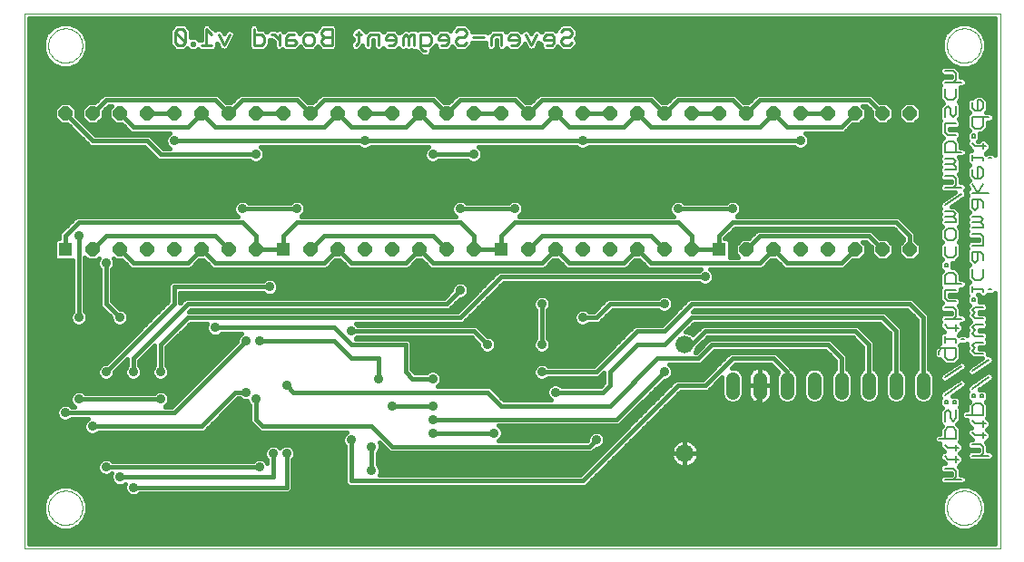
<source format=gbl>
G75*
G70*
%OFA0B0*%
%FSLAX24Y24*%
%IPPOS*%
%LPD*%
%AMOC8*
5,1,8,0,0,1.08239X$1,22.5*
%
%ADD10C,0.0000*%
%ADD11C,0.0080*%
%ADD12C,0.0110*%
%ADD13OC8,0.0515*%
%ADD14R,0.0515X0.0515*%
%ADD15C,0.0515*%
%ADD16C,0.0660*%
%ADD17C,0.0160*%
%ADD18C,0.0356*%
D10*
X000180Y000180D02*
X000180Y019865D01*
X036007Y019865D01*
X036007Y000180D01*
X000180Y000180D01*
X001050Y001680D02*
X001052Y001730D01*
X001058Y001780D01*
X001068Y001829D01*
X001082Y001877D01*
X001099Y001924D01*
X001120Y001969D01*
X001145Y002013D01*
X001173Y002054D01*
X001205Y002093D01*
X001239Y002130D01*
X001276Y002164D01*
X001316Y002194D01*
X001358Y002221D01*
X001402Y002245D01*
X001448Y002266D01*
X001495Y002282D01*
X001543Y002295D01*
X001593Y002304D01*
X001642Y002309D01*
X001693Y002310D01*
X001743Y002307D01*
X001792Y002300D01*
X001841Y002289D01*
X001889Y002274D01*
X001935Y002256D01*
X001980Y002234D01*
X002023Y002208D01*
X002064Y002179D01*
X002103Y002147D01*
X002139Y002112D01*
X002171Y002074D01*
X002201Y002034D01*
X002228Y001991D01*
X002251Y001947D01*
X002270Y001901D01*
X002286Y001853D01*
X002298Y001804D01*
X002306Y001755D01*
X002310Y001705D01*
X002310Y001655D01*
X002306Y001605D01*
X002298Y001556D01*
X002286Y001507D01*
X002270Y001459D01*
X002251Y001413D01*
X002228Y001369D01*
X002201Y001326D01*
X002171Y001286D01*
X002139Y001248D01*
X002103Y001213D01*
X002064Y001181D01*
X002023Y001152D01*
X001980Y001126D01*
X001935Y001104D01*
X001889Y001086D01*
X001841Y001071D01*
X001792Y001060D01*
X001743Y001053D01*
X001693Y001050D01*
X001642Y001051D01*
X001593Y001056D01*
X001543Y001065D01*
X001495Y001078D01*
X001448Y001094D01*
X001402Y001115D01*
X001358Y001139D01*
X001316Y001166D01*
X001276Y001196D01*
X001239Y001230D01*
X001205Y001267D01*
X001173Y001306D01*
X001145Y001347D01*
X001120Y001391D01*
X001099Y001436D01*
X001082Y001483D01*
X001068Y001531D01*
X001058Y001580D01*
X001052Y001630D01*
X001050Y001680D01*
X001050Y018680D02*
X001052Y018730D01*
X001058Y018780D01*
X001068Y018829D01*
X001082Y018877D01*
X001099Y018924D01*
X001120Y018969D01*
X001145Y019013D01*
X001173Y019054D01*
X001205Y019093D01*
X001239Y019130D01*
X001276Y019164D01*
X001316Y019194D01*
X001358Y019221D01*
X001402Y019245D01*
X001448Y019266D01*
X001495Y019282D01*
X001543Y019295D01*
X001593Y019304D01*
X001642Y019309D01*
X001693Y019310D01*
X001743Y019307D01*
X001792Y019300D01*
X001841Y019289D01*
X001889Y019274D01*
X001935Y019256D01*
X001980Y019234D01*
X002023Y019208D01*
X002064Y019179D01*
X002103Y019147D01*
X002139Y019112D01*
X002171Y019074D01*
X002201Y019034D01*
X002228Y018991D01*
X002251Y018947D01*
X002270Y018901D01*
X002286Y018853D01*
X002298Y018804D01*
X002306Y018755D01*
X002310Y018705D01*
X002310Y018655D01*
X002306Y018605D01*
X002298Y018556D01*
X002286Y018507D01*
X002270Y018459D01*
X002251Y018413D01*
X002228Y018369D01*
X002201Y018326D01*
X002171Y018286D01*
X002139Y018248D01*
X002103Y018213D01*
X002064Y018181D01*
X002023Y018152D01*
X001980Y018126D01*
X001935Y018104D01*
X001889Y018086D01*
X001841Y018071D01*
X001792Y018060D01*
X001743Y018053D01*
X001693Y018050D01*
X001642Y018051D01*
X001593Y018056D01*
X001543Y018065D01*
X001495Y018078D01*
X001448Y018094D01*
X001402Y018115D01*
X001358Y018139D01*
X001316Y018166D01*
X001276Y018196D01*
X001239Y018230D01*
X001205Y018267D01*
X001173Y018306D01*
X001145Y018347D01*
X001120Y018391D01*
X001099Y018436D01*
X001082Y018483D01*
X001068Y018531D01*
X001058Y018580D01*
X001052Y018630D01*
X001050Y018680D01*
X034050Y018680D02*
X034052Y018730D01*
X034058Y018780D01*
X034068Y018829D01*
X034082Y018877D01*
X034099Y018924D01*
X034120Y018969D01*
X034145Y019013D01*
X034173Y019054D01*
X034205Y019093D01*
X034239Y019130D01*
X034276Y019164D01*
X034316Y019194D01*
X034358Y019221D01*
X034402Y019245D01*
X034448Y019266D01*
X034495Y019282D01*
X034543Y019295D01*
X034593Y019304D01*
X034642Y019309D01*
X034693Y019310D01*
X034743Y019307D01*
X034792Y019300D01*
X034841Y019289D01*
X034889Y019274D01*
X034935Y019256D01*
X034980Y019234D01*
X035023Y019208D01*
X035064Y019179D01*
X035103Y019147D01*
X035139Y019112D01*
X035171Y019074D01*
X035201Y019034D01*
X035228Y018991D01*
X035251Y018947D01*
X035270Y018901D01*
X035286Y018853D01*
X035298Y018804D01*
X035306Y018755D01*
X035310Y018705D01*
X035310Y018655D01*
X035306Y018605D01*
X035298Y018556D01*
X035286Y018507D01*
X035270Y018459D01*
X035251Y018413D01*
X035228Y018369D01*
X035201Y018326D01*
X035171Y018286D01*
X035139Y018248D01*
X035103Y018213D01*
X035064Y018181D01*
X035023Y018152D01*
X034980Y018126D01*
X034935Y018104D01*
X034889Y018086D01*
X034841Y018071D01*
X034792Y018060D01*
X034743Y018053D01*
X034693Y018050D01*
X034642Y018051D01*
X034593Y018056D01*
X034543Y018065D01*
X034495Y018078D01*
X034448Y018094D01*
X034402Y018115D01*
X034358Y018139D01*
X034316Y018166D01*
X034276Y018196D01*
X034239Y018230D01*
X034205Y018267D01*
X034173Y018306D01*
X034145Y018347D01*
X034120Y018391D01*
X034099Y018436D01*
X034082Y018483D01*
X034068Y018531D01*
X034058Y018580D01*
X034052Y018630D01*
X034050Y018680D01*
X034050Y001680D02*
X034052Y001730D01*
X034058Y001780D01*
X034068Y001829D01*
X034082Y001877D01*
X034099Y001924D01*
X034120Y001969D01*
X034145Y002013D01*
X034173Y002054D01*
X034205Y002093D01*
X034239Y002130D01*
X034276Y002164D01*
X034316Y002194D01*
X034358Y002221D01*
X034402Y002245D01*
X034448Y002266D01*
X034495Y002282D01*
X034543Y002295D01*
X034593Y002304D01*
X034642Y002309D01*
X034693Y002310D01*
X034743Y002307D01*
X034792Y002300D01*
X034841Y002289D01*
X034889Y002274D01*
X034935Y002256D01*
X034980Y002234D01*
X035023Y002208D01*
X035064Y002179D01*
X035103Y002147D01*
X035139Y002112D01*
X035171Y002074D01*
X035201Y002034D01*
X035228Y001991D01*
X035251Y001947D01*
X035270Y001901D01*
X035286Y001853D01*
X035298Y001804D01*
X035306Y001755D01*
X035310Y001705D01*
X035310Y001655D01*
X035306Y001605D01*
X035298Y001556D01*
X035286Y001507D01*
X035270Y001459D01*
X035251Y001413D01*
X035228Y001369D01*
X035201Y001326D01*
X035171Y001286D01*
X035139Y001248D01*
X035103Y001213D01*
X035064Y001181D01*
X035023Y001152D01*
X034980Y001126D01*
X034935Y001104D01*
X034889Y001086D01*
X034841Y001071D01*
X034792Y001060D01*
X034743Y001053D01*
X034693Y001050D01*
X034642Y001051D01*
X034593Y001056D01*
X034543Y001065D01*
X034495Y001078D01*
X034448Y001094D01*
X034402Y001115D01*
X034358Y001139D01*
X034316Y001166D01*
X034276Y001196D01*
X034239Y001230D01*
X034205Y001267D01*
X034173Y001306D01*
X034145Y001347D01*
X034120Y001391D01*
X034099Y001436D01*
X034082Y001483D01*
X034068Y001531D01*
X034058Y001580D01*
X034052Y001630D01*
X034050Y001680D01*
D11*
X033970Y002720D02*
X034591Y002720D01*
X034384Y002823D02*
X034384Y003030D01*
X034280Y003134D01*
X033970Y003134D01*
X034073Y003468D02*
X033970Y003571D01*
X034073Y003468D02*
X034487Y003468D01*
X034384Y003365D02*
X034384Y003571D01*
X034384Y003794D02*
X034384Y004001D01*
X034487Y003898D02*
X034073Y003898D01*
X033970Y004001D01*
X033970Y004224D02*
X033970Y004534D01*
X034073Y004638D01*
X034280Y004638D01*
X034384Y004534D01*
X034384Y004224D01*
X033763Y004224D01*
X033970Y004868D02*
X033970Y005179D01*
X034073Y005282D01*
X034177Y005179D01*
X034177Y004972D01*
X034280Y004868D01*
X034384Y004972D01*
X034384Y005282D01*
X034384Y005513D02*
X034280Y005513D01*
X034280Y005616D01*
X034384Y005616D01*
X034384Y005513D01*
X034073Y005513D02*
X034073Y005616D01*
X033970Y005616D01*
X033970Y005513D01*
X034073Y005513D01*
X033970Y005835D02*
X034591Y006249D01*
X034970Y006066D02*
X035591Y006479D01*
X035591Y007124D02*
X034970Y006710D01*
X034591Y006894D02*
X033970Y006480D01*
X034073Y007124D02*
X033970Y007228D01*
X033970Y007538D01*
X033867Y007538D02*
X034384Y007538D01*
X034384Y007228D01*
X034280Y007124D01*
X034073Y007124D01*
X033763Y007331D02*
X033763Y007435D01*
X033867Y007538D01*
X033970Y007769D02*
X033970Y007976D01*
X033970Y007872D02*
X034384Y007872D01*
X034384Y007769D01*
X034591Y007872D02*
X034694Y007872D01*
X034970Y007665D02*
X035073Y007769D01*
X035384Y007769D01*
X035384Y007999D02*
X035073Y007999D01*
X034970Y008103D01*
X035073Y008206D01*
X034970Y008310D01*
X035073Y008413D01*
X035384Y008413D01*
X035384Y008644D02*
X035073Y008644D01*
X034970Y008747D01*
X035073Y008851D01*
X034970Y008954D01*
X035073Y009058D01*
X035384Y009058D01*
X035073Y009289D02*
X035073Y009392D01*
X034970Y009392D01*
X034970Y009289D01*
X035073Y009289D01*
X034970Y009611D02*
X034970Y009818D01*
X034970Y009714D02*
X035384Y009714D01*
X035384Y009611D01*
X035591Y009714D02*
X035694Y009714D01*
X035280Y010040D02*
X035073Y010040D01*
X034970Y010144D01*
X034970Y010454D01*
X035073Y010685D02*
X035177Y010788D01*
X035177Y011099D01*
X035280Y011099D02*
X034970Y011099D01*
X034970Y010788D01*
X035073Y010685D01*
X035384Y010788D02*
X035384Y010995D01*
X035280Y011099D01*
X035384Y011330D02*
X034970Y011330D01*
X035384Y011330D02*
X035384Y011640D01*
X035280Y011743D01*
X034970Y011743D01*
X034970Y011974D02*
X035384Y011974D01*
X035384Y012078D01*
X035280Y012181D01*
X035384Y012284D01*
X035280Y012388D01*
X034970Y012388D01*
X034970Y012181D02*
X035280Y012181D01*
X035073Y012619D02*
X035177Y012722D01*
X035177Y013032D01*
X035280Y013032D02*
X034970Y013032D01*
X034970Y012722D01*
X035073Y012619D01*
X035384Y012722D02*
X035384Y012929D01*
X035280Y013032D01*
X035177Y013263D02*
X035384Y013574D01*
X035280Y013800D02*
X035073Y013800D01*
X034970Y013904D01*
X034970Y014111D01*
X035177Y014214D02*
X035177Y013800D01*
X035280Y013800D02*
X035384Y013904D01*
X035384Y014111D01*
X035280Y014214D01*
X035177Y014214D01*
X035384Y014445D02*
X035384Y014548D01*
X034970Y014548D01*
X034970Y014445D02*
X034970Y014652D01*
X035073Y014978D02*
X034970Y015081D01*
X035073Y014978D02*
X035487Y014978D01*
X035384Y014875D02*
X035384Y015081D01*
X035073Y015304D02*
X035073Y015408D01*
X034970Y015408D01*
X034970Y015304D01*
X035073Y015304D01*
X035073Y015627D02*
X035280Y015627D01*
X035384Y015730D01*
X035384Y016040D01*
X035591Y016040D02*
X034970Y016040D01*
X034970Y015730D01*
X035073Y015627D01*
X034384Y015810D02*
X033970Y015810D01*
X033970Y015500D01*
X034073Y015396D01*
X034384Y015396D01*
X034280Y015165D02*
X034384Y015062D01*
X034384Y014752D01*
X034591Y014752D02*
X033970Y014752D01*
X033970Y015062D01*
X034073Y015165D01*
X034280Y015165D01*
X034280Y014521D02*
X033970Y014521D01*
X033970Y014314D02*
X034280Y014314D01*
X034384Y014417D01*
X034280Y014521D01*
X034280Y014314D02*
X034384Y014210D01*
X034384Y014107D01*
X033970Y014107D01*
X033970Y013876D02*
X034280Y013876D01*
X034384Y013773D01*
X034384Y013566D01*
X034280Y013462D01*
X033970Y013462D02*
X034591Y013462D01*
X034591Y013232D02*
X033970Y012818D01*
X033970Y012587D02*
X034280Y012587D01*
X034384Y012484D01*
X034280Y012380D01*
X033970Y012380D01*
X033970Y012173D02*
X034384Y012173D01*
X034384Y012277D01*
X034280Y012380D01*
X034280Y011943D02*
X034384Y011839D01*
X034384Y011632D01*
X034280Y011529D01*
X034073Y011529D01*
X033970Y011632D01*
X033970Y011839D01*
X034073Y011943D01*
X034280Y011943D01*
X034384Y011298D02*
X034384Y010988D01*
X034280Y010884D01*
X034073Y010884D01*
X033970Y010988D01*
X033970Y011298D01*
X033970Y010665D02*
X033970Y010562D01*
X034073Y010562D01*
X034073Y010665D01*
X033970Y010665D01*
X034073Y010331D02*
X033970Y010228D01*
X033970Y009917D01*
X034591Y009917D01*
X034384Y009917D02*
X034384Y010228D01*
X034280Y010331D01*
X034073Y010331D01*
X033970Y009687D02*
X034384Y009687D01*
X033970Y009687D02*
X033970Y009376D01*
X034073Y009273D01*
X034384Y009273D01*
X034280Y009042D02*
X033970Y009042D01*
X034280Y009042D02*
X034384Y008939D01*
X034384Y008732D01*
X034280Y008628D01*
X033970Y008628D02*
X034591Y008628D01*
X034384Y008406D02*
X034384Y008199D01*
X034487Y008302D02*
X034073Y008302D01*
X033970Y008406D01*
X034970Y007665D02*
X035073Y007562D01*
X034970Y007458D01*
X035073Y007355D01*
X035384Y007355D01*
X035384Y005847D02*
X035280Y005847D01*
X035280Y005743D01*
X035384Y005743D01*
X035384Y005847D01*
X035073Y005847D02*
X035073Y005743D01*
X034970Y005743D01*
X034970Y005847D01*
X035073Y005847D01*
X035073Y005513D02*
X034970Y005409D01*
X034970Y005099D01*
X034763Y005099D02*
X035384Y005099D01*
X035384Y005409D01*
X035280Y005513D01*
X035073Y005513D01*
X034970Y004876D02*
X035073Y004773D01*
X035487Y004773D01*
X035384Y004876D02*
X035384Y004669D01*
X035384Y004446D02*
X035384Y004240D01*
X035487Y004343D02*
X035073Y004343D01*
X034970Y004446D01*
X034970Y004009D02*
X035280Y004009D01*
X035384Y003905D01*
X035384Y003698D01*
X035280Y003595D01*
X034970Y003595D02*
X035591Y003595D01*
X034384Y002823D02*
X034280Y002720D01*
X035280Y010040D02*
X035384Y010144D01*
X035384Y010454D01*
X035591Y013263D02*
X034970Y013263D01*
X035177Y013263D02*
X034970Y013574D01*
X035591Y014548D02*
X035694Y014548D01*
X034280Y016041D02*
X034384Y016144D01*
X034384Y016454D01*
X034177Y016351D02*
X034177Y016144D01*
X034280Y016041D01*
X033970Y016041D02*
X033970Y016351D01*
X034073Y016454D01*
X034177Y016351D01*
X034280Y016685D02*
X034073Y016685D01*
X033970Y016789D01*
X033970Y017099D01*
X033970Y017330D02*
X034591Y017330D01*
X034384Y017433D02*
X034384Y017640D01*
X034280Y017743D01*
X033970Y017743D01*
X034280Y017330D02*
X034384Y017433D01*
X034384Y017099D02*
X034384Y016789D01*
X034280Y016685D01*
X034970Y016581D02*
X034970Y016375D01*
X035073Y016271D01*
X035280Y016271D01*
X035384Y016375D01*
X035384Y016581D01*
X035280Y016685D01*
X035177Y016685D01*
X035177Y016271D01*
D12*
X020278Y018792D02*
X020179Y018694D01*
X019982Y018694D01*
X019884Y018792D01*
X019884Y018890D01*
X019982Y018989D01*
X020179Y018989D01*
X020278Y019087D01*
X020278Y019186D01*
X020179Y019284D01*
X019982Y019284D01*
X019884Y019186D01*
X019633Y018989D02*
X019535Y019087D01*
X019338Y019087D01*
X019239Y018989D01*
X019239Y018890D01*
X019633Y018890D01*
X019633Y018792D02*
X019633Y018989D01*
X019633Y018792D02*
X019535Y018694D01*
X019338Y018694D01*
X018988Y019087D02*
X018792Y018694D01*
X018595Y019087D01*
X018344Y018989D02*
X018245Y019087D01*
X018049Y019087D01*
X017950Y018989D01*
X017950Y018890D01*
X018344Y018890D01*
X018344Y018792D02*
X018344Y018989D01*
X018344Y018792D02*
X018245Y018694D01*
X018049Y018694D01*
X017699Y018694D02*
X017699Y019087D01*
X017404Y019087D01*
X017306Y018989D01*
X017306Y018694D01*
X017055Y018989D02*
X016661Y018989D01*
X016410Y019087D02*
X016312Y018989D01*
X016115Y018989D01*
X016017Y018890D01*
X016017Y018792D01*
X016115Y018694D01*
X016312Y018694D01*
X016410Y018792D01*
X016410Y019087D02*
X016410Y019186D01*
X016312Y019284D01*
X016115Y019284D01*
X016017Y019186D01*
X015766Y018989D02*
X015667Y019087D01*
X015470Y019087D01*
X015372Y018989D01*
X015372Y018890D01*
X015766Y018890D01*
X015766Y018792D02*
X015766Y018989D01*
X015766Y018792D02*
X015667Y018694D01*
X015470Y018694D01*
X015121Y018792D02*
X015121Y018989D01*
X015023Y019087D01*
X014727Y019087D01*
X014727Y018595D01*
X014826Y018497D01*
X014924Y018497D01*
X015023Y018694D02*
X014727Y018694D01*
X014477Y018694D02*
X014477Y019087D01*
X014378Y019087D01*
X014280Y018989D01*
X014181Y019087D01*
X014083Y018989D01*
X014083Y018694D01*
X014280Y018694D02*
X014280Y018989D01*
X013832Y018989D02*
X013832Y018792D01*
X013734Y018694D01*
X013537Y018694D01*
X013438Y018890D02*
X013832Y018890D01*
X013832Y018989D02*
X013734Y019087D01*
X013537Y019087D01*
X013438Y018989D01*
X013438Y018890D01*
X013188Y018694D02*
X013188Y019087D01*
X012892Y019087D01*
X012794Y018989D01*
X012794Y018694D01*
X012445Y018792D02*
X012346Y018694D01*
X012445Y018792D02*
X012445Y019186D01*
X012543Y019087D02*
X012346Y019087D01*
X011469Y018989D02*
X011173Y018989D01*
X011075Y018890D01*
X011075Y018792D01*
X011173Y018694D01*
X011469Y018694D01*
X011469Y019284D01*
X011173Y019284D01*
X011075Y019186D01*
X011075Y019087D01*
X011173Y018989D01*
X010824Y018989D02*
X010824Y018792D01*
X010726Y018694D01*
X010529Y018694D01*
X010430Y018792D01*
X010430Y018989D01*
X010529Y019087D01*
X010726Y019087D01*
X010824Y018989D01*
X010180Y018792D02*
X010081Y018890D01*
X009786Y018890D01*
X009786Y018989D02*
X009786Y018694D01*
X010081Y018694D01*
X010180Y018792D01*
X009884Y019087D02*
X009786Y018989D01*
X009884Y019087D02*
X010081Y019087D01*
X009535Y019087D02*
X009535Y018694D01*
X009535Y018890D02*
X009338Y019087D01*
X009240Y019087D01*
X008998Y018989D02*
X008900Y019087D01*
X008604Y019087D01*
X008604Y019284D02*
X008604Y018694D01*
X008900Y018694D01*
X008998Y018792D01*
X008998Y018989D01*
X007709Y019087D02*
X007512Y018694D01*
X007315Y019087D01*
X007064Y019087D02*
X006867Y019284D01*
X006867Y018694D01*
X006671Y018694D02*
X007064Y018694D01*
X006420Y018694D02*
X006321Y018694D01*
X006321Y018792D01*
X006420Y018792D01*
X006420Y018694D01*
X006097Y018792D02*
X005704Y019186D01*
X005704Y018792D01*
X005802Y018694D01*
X005999Y018694D01*
X006097Y018792D01*
X006097Y019186D01*
X005999Y019284D01*
X005802Y019284D01*
X005704Y019186D01*
X015023Y018694D02*
X015121Y018792D01*
D13*
X014680Y016180D03*
X013680Y016180D03*
X012680Y016180D03*
X011680Y016180D03*
X010680Y016180D03*
X009680Y016180D03*
X008680Y016180D03*
X007680Y016180D03*
X006680Y016180D03*
X005680Y016180D03*
X004680Y016180D03*
X003680Y016180D03*
X002680Y016180D03*
X001680Y016180D03*
X002680Y011180D03*
X003680Y011180D03*
X004680Y011180D03*
X005680Y011180D03*
X006680Y011180D03*
X007680Y011180D03*
X008680Y011180D03*
X010680Y011180D03*
X011680Y011180D03*
X012680Y011180D03*
X013680Y011180D03*
X014680Y011180D03*
X015680Y011180D03*
X016680Y011180D03*
X018680Y011180D03*
X019680Y011180D03*
X020680Y011180D03*
X021680Y011180D03*
X022680Y011180D03*
X023680Y011180D03*
X024680Y011180D03*
X026680Y011180D03*
X027680Y011180D03*
X028680Y011180D03*
X029680Y011180D03*
X030680Y011180D03*
X031680Y011180D03*
X032680Y011180D03*
X032680Y016180D03*
X031680Y016180D03*
X030680Y016180D03*
X029680Y016180D03*
X028680Y016180D03*
X027680Y016180D03*
X026680Y016180D03*
X025680Y016180D03*
X024680Y016180D03*
X023680Y016180D03*
X022680Y016180D03*
X021680Y016180D03*
X020680Y016180D03*
X019680Y016180D03*
X018680Y016180D03*
X017680Y016180D03*
X016680Y016180D03*
X015680Y016180D03*
D14*
X017680Y011180D03*
X009680Y011180D03*
X001680Y011180D03*
X025680Y011180D03*
D15*
X026180Y006437D02*
X026180Y005923D01*
X027180Y005923D02*
X027180Y006437D01*
X028180Y006437D02*
X028180Y005923D01*
X029180Y005923D02*
X029180Y006437D01*
X030180Y006437D02*
X030180Y005923D01*
X031180Y005923D02*
X031180Y006437D01*
X032180Y006437D02*
X032180Y005923D01*
X033180Y005923D02*
X033180Y006437D01*
D16*
X024430Y007680D03*
X024430Y003680D03*
D17*
X024430Y004930D01*
X022180Y002680D01*
X021680Y002680D01*
X021186Y002875D02*
X033870Y002875D01*
X033895Y002900D02*
X033790Y002795D01*
X033790Y002645D01*
X033895Y002540D01*
X034665Y002540D01*
X034771Y002645D01*
X034771Y002795D01*
X034665Y002900D01*
X034564Y002900D01*
X034564Y003105D01*
X034471Y003197D01*
X034564Y003290D01*
X034667Y003393D01*
X034667Y003543D01*
X034564Y003646D01*
X034527Y003683D01*
X034564Y003720D01*
X034667Y003823D01*
X034667Y003972D01*
X034564Y004076D01*
X034527Y004113D01*
X034564Y004149D01*
X034564Y004609D01*
X034460Y004712D01*
X034419Y004753D01*
X034458Y004792D01*
X034564Y004897D01*
X034564Y005357D01*
X034523Y005398D01*
X034564Y005438D01*
X034564Y005691D01*
X034458Y005796D01*
X034236Y005796D01*
X034752Y006141D01*
X034782Y006287D01*
X034699Y006411D01*
X034553Y006440D01*
X033808Y005944D01*
X033779Y005798D01*
X033826Y005727D01*
X033790Y005691D01*
X033790Y005438D01*
X033883Y005346D01*
X033790Y005253D01*
X033790Y004794D01*
X033883Y004701D01*
X033790Y004609D01*
X033790Y004404D01*
X033689Y004404D01*
X033583Y004299D01*
X033583Y004149D01*
X033689Y004044D01*
X033790Y004044D01*
X033790Y003927D01*
X033965Y003751D01*
X033895Y003751D01*
X033790Y003646D01*
X033790Y003497D01*
X033973Y003314D01*
X033895Y003314D01*
X033790Y003208D01*
X033790Y003059D01*
X033895Y002954D01*
X034204Y002954D01*
X034204Y002900D01*
X033895Y002900D01*
X033816Y003033D02*
X021344Y003033D01*
X021503Y003192D02*
X024283Y003192D01*
X024311Y003183D02*
X024390Y003170D01*
X024430Y003170D01*
X024470Y003170D01*
X024549Y003183D01*
X024626Y003207D01*
X024697Y003244D01*
X024762Y003291D01*
X024819Y003348D01*
X024866Y003413D01*
X024903Y003484D01*
X024927Y003561D01*
X024940Y003640D01*
X024940Y003680D01*
X024940Y003720D01*
X024927Y003799D01*
X024903Y003876D01*
X024866Y003947D01*
X024819Y004012D01*
X024762Y004069D01*
X024697Y004116D01*
X024626Y004153D01*
X024549Y004177D01*
X024470Y004190D01*
X024430Y004190D01*
X024430Y003680D01*
X024430Y003680D01*
X024940Y003680D01*
X024430Y003680D01*
X024430Y003680D01*
X024430Y003680D01*
X023920Y003680D01*
X023920Y003720D01*
X023933Y003799D01*
X023957Y003876D01*
X023994Y003947D01*
X024041Y004012D01*
X024098Y004069D01*
X024163Y004116D01*
X024234Y004153D01*
X024311Y004177D01*
X024390Y004190D01*
X024430Y004190D01*
X024430Y003680D01*
X024430Y003170D01*
X024430Y003680D01*
X024430Y003680D01*
X023920Y003680D01*
X023920Y003640D01*
X023933Y003561D01*
X023957Y003484D01*
X023994Y003413D01*
X024041Y003348D01*
X024098Y003291D01*
X024163Y003244D01*
X024234Y003207D01*
X024311Y003183D01*
X024430Y003192D02*
X024430Y003192D01*
X024577Y003192D02*
X033790Y003192D01*
X033937Y003350D02*
X024821Y003350D01*
X024911Y003509D02*
X033790Y003509D01*
X033811Y003667D02*
X024940Y003667D01*
X024919Y003826D02*
X033891Y003826D01*
X033790Y003984D02*
X024840Y003984D01*
X024646Y004143D02*
X033590Y004143D01*
X033586Y004301D02*
X022612Y004301D01*
X022454Y004143D02*
X024214Y004143D01*
X024430Y004143D02*
X024430Y004143D01*
X024430Y003984D02*
X024430Y003984D01*
X024430Y003826D02*
X024430Y003826D01*
X024430Y003667D02*
X024430Y003667D01*
X024430Y003509D02*
X024430Y003509D01*
X024430Y003350D02*
X024430Y003350D01*
X024039Y003350D02*
X021661Y003350D01*
X021820Y003509D02*
X023949Y003509D01*
X023920Y003667D02*
X021978Y003667D01*
X022137Y003826D02*
X023941Y003826D01*
X024020Y003984D02*
X022295Y003984D01*
X021831Y004143D02*
X021498Y004143D01*
X021498Y004117D02*
X021498Y004243D01*
X021450Y004360D01*
X021360Y004450D01*
X021243Y004498D01*
X021117Y004498D01*
X021000Y004450D01*
X020910Y004360D01*
X020862Y004243D01*
X020862Y004173D01*
X020839Y004150D01*
X017585Y004150D01*
X017610Y004160D01*
X017700Y004250D01*
X017748Y004367D01*
X017748Y004493D01*
X017700Y004610D01*
X017610Y004700D01*
X017585Y004710D01*
X022021Y004710D01*
X023673Y006362D01*
X023743Y006362D01*
X023860Y006410D01*
X023950Y006500D01*
X023998Y006617D01*
X023998Y006743D01*
X023950Y006860D01*
X023860Y006950D01*
X023835Y006960D01*
X025021Y006960D01*
X025521Y007460D01*
X029589Y007460D01*
X029960Y007089D01*
X029960Y006777D01*
X029955Y006774D01*
X029843Y006663D01*
X029783Y006517D01*
X029783Y005843D01*
X029843Y005697D01*
X029955Y005586D01*
X030101Y005525D01*
X030259Y005525D01*
X030405Y005586D01*
X030517Y005697D01*
X030577Y005843D01*
X030577Y006517D01*
X030517Y006663D01*
X030405Y006774D01*
X030400Y006777D01*
X030400Y007271D01*
X030271Y007400D01*
X029771Y007900D01*
X025339Y007900D01*
X025210Y007771D01*
X024839Y007400D01*
X024815Y007400D01*
X024828Y007414D01*
X024900Y007587D01*
X024900Y007589D01*
X025271Y007960D01*
X030589Y007960D01*
X030960Y007589D01*
X030960Y006777D01*
X030955Y006774D01*
X030843Y006663D01*
X030783Y006517D01*
X030783Y005843D01*
X030843Y005697D01*
X030955Y005586D01*
X031101Y005525D01*
X031259Y005525D01*
X031405Y005586D01*
X031517Y005697D01*
X031577Y005843D01*
X031577Y006517D01*
X031517Y006663D01*
X031405Y006774D01*
X031400Y006777D01*
X031400Y007771D01*
X031271Y007900D01*
X030771Y008400D01*
X025089Y008400D01*
X024960Y008271D01*
X024732Y008043D01*
X024696Y008078D01*
X024523Y008150D01*
X024461Y008150D01*
X024771Y008460D01*
X031589Y008460D01*
X031960Y008089D01*
X031960Y006777D01*
X031955Y006774D01*
X031843Y006663D01*
X031783Y006517D01*
X031783Y005843D01*
X031843Y005697D01*
X031955Y005586D01*
X032101Y005525D01*
X032259Y005525D01*
X032405Y005586D01*
X032517Y005697D01*
X032577Y005843D01*
X032577Y006517D01*
X032517Y006663D01*
X032405Y006774D01*
X032400Y006777D01*
X032400Y008271D01*
X032271Y008400D01*
X031771Y008900D01*
X024711Y008900D01*
X024771Y008960D01*
X032589Y008960D01*
X032960Y008589D01*
X032960Y006777D01*
X032955Y006774D01*
X032843Y006663D01*
X032783Y006517D01*
X032783Y005843D01*
X032843Y005697D01*
X032955Y005586D01*
X033101Y005525D01*
X033259Y005525D01*
X033405Y005586D01*
X033517Y005697D01*
X033577Y005843D01*
X033577Y006517D01*
X033517Y006663D01*
X033405Y006774D01*
X033400Y006777D01*
X033400Y008771D01*
X033271Y008900D01*
X032771Y009400D01*
X024589Y009400D01*
X024460Y009271D01*
X023589Y008400D01*
X022589Y008400D01*
X022460Y008271D01*
X021089Y006900D01*
X019410Y006900D01*
X019360Y006950D01*
X019243Y006998D01*
X019117Y006998D01*
X019000Y006950D01*
X018910Y006860D01*
X018862Y006743D01*
X018862Y006617D01*
X018910Y006500D01*
X019000Y006410D01*
X019117Y006362D01*
X019243Y006362D01*
X019360Y006410D01*
X019410Y006460D01*
X021271Y006460D01*
X021460Y006649D01*
X021460Y006271D01*
X021339Y006150D01*
X019910Y006150D01*
X019860Y006200D01*
X019743Y006248D01*
X019617Y006248D01*
X019500Y006200D01*
X019410Y006110D01*
X019362Y005993D01*
X019362Y005867D01*
X019410Y005750D01*
X019500Y005660D01*
X019525Y005650D01*
X017771Y005650D01*
X017271Y006150D01*
X015335Y006150D01*
X015360Y006160D01*
X015450Y006250D01*
X015498Y006367D01*
X015498Y006493D01*
X015450Y006610D01*
X015360Y006700D01*
X015243Y006748D01*
X015117Y006748D01*
X015000Y006700D01*
X014950Y006650D01*
X014521Y006650D01*
X014400Y006771D01*
X014400Y007771D01*
X014271Y007900D01*
X012335Y007900D01*
X012360Y007910D01*
X012410Y007960D01*
X016589Y007960D01*
X016862Y007687D01*
X016862Y007617D01*
X016910Y007500D01*
X017000Y007410D01*
X017117Y007362D01*
X017243Y007362D01*
X017360Y007410D01*
X017450Y007500D01*
X017498Y007617D01*
X017498Y007743D01*
X017450Y007860D01*
X017360Y007950D01*
X017243Y007998D01*
X017173Y007998D01*
X016771Y008400D01*
X012410Y008400D01*
X012360Y008450D01*
X012335Y008460D01*
X016271Y008460D01*
X017771Y009960D01*
X024950Y009960D01*
X025000Y009910D01*
X025117Y009862D01*
X025243Y009862D01*
X025360Y009910D01*
X025450Y010000D01*
X025498Y010117D01*
X025498Y010243D01*
X025450Y010360D01*
X025360Y010450D01*
X025335Y010460D01*
X027271Y010460D01*
X027594Y010783D01*
X027766Y010783D01*
X027960Y010589D01*
X028089Y010460D01*
X030271Y010460D01*
X030400Y010589D01*
X030594Y010783D01*
X030845Y010783D01*
X031077Y011015D01*
X031077Y011345D01*
X030962Y011460D01*
X031089Y011460D01*
X031283Y011266D01*
X031283Y011015D01*
X031515Y010783D01*
X031845Y010783D01*
X032077Y011015D01*
X032077Y011345D01*
X031845Y011577D01*
X031594Y011577D01*
X031271Y011900D01*
X027089Y011900D01*
X026960Y011771D01*
X026766Y011577D01*
X026515Y011577D01*
X026283Y011345D01*
X026283Y011015D01*
X026398Y010900D01*
X026077Y010900D01*
X026077Y011495D01*
X025995Y011577D01*
X025900Y011577D01*
X025900Y011589D01*
X026271Y011960D01*
X032089Y011960D01*
X032460Y011589D01*
X032460Y011522D01*
X032283Y011345D01*
X032283Y011015D01*
X032515Y010783D01*
X032845Y010783D01*
X033077Y011015D01*
X033077Y011345D01*
X032900Y011522D01*
X032900Y011771D01*
X032771Y011900D01*
X032271Y012400D01*
X026335Y012400D01*
X026360Y012410D01*
X026450Y012500D01*
X026498Y012617D01*
X026498Y012743D01*
X026450Y012860D01*
X033795Y012860D01*
X033808Y012926D02*
X033779Y012780D01*
X033831Y012702D01*
X033790Y012662D01*
X033790Y012513D01*
X033819Y012484D01*
X033790Y012455D01*
X033790Y012306D01*
X033819Y012277D01*
X033790Y012248D01*
X033790Y012099D01*
X033883Y012006D01*
X033790Y011914D01*
X033790Y011558D01*
X033883Y011465D01*
X033790Y011373D01*
X033790Y010913D01*
X033877Y010827D01*
X033790Y010740D01*
X033790Y010487D01*
X033883Y010395D01*
X033790Y010302D01*
X033790Y009843D01*
X033831Y009802D01*
X033790Y009761D01*
X033790Y009302D01*
X033883Y009209D01*
X033790Y009117D01*
X033790Y008967D01*
X033895Y008862D01*
X034204Y008862D01*
X034204Y008808D01*
X033895Y008808D01*
X033790Y008703D01*
X033790Y008554D01*
X033827Y008517D01*
X033790Y008480D01*
X033790Y008331D01*
X033965Y008156D01*
X033895Y008156D01*
X033790Y008050D01*
X033790Y007716D01*
X033687Y007613D01*
X033583Y007509D01*
X033583Y007257D01*
X033689Y007151D01*
X033792Y007151D01*
X033895Y007048D01*
X033999Y006944D01*
X034342Y006944D01*
X033808Y006588D01*
X033779Y006442D01*
X033862Y006318D01*
X034008Y006289D01*
X034752Y006785D01*
X034782Y006931D01*
X034699Y007055D01*
X034553Y007085D01*
X034380Y006969D01*
X034460Y007050D01*
X034564Y007153D01*
X034564Y007613D01*
X034523Y007654D01*
X034562Y007692D01*
X034769Y007692D01*
X034790Y007714D01*
X034790Y007591D01*
X034819Y007562D01*
X034790Y007533D01*
X034790Y007384D01*
X034999Y007175D01*
X035342Y007175D01*
X034808Y006819D01*
X034779Y006673D01*
X034862Y006548D01*
X035008Y006519D01*
X035752Y007016D01*
X035782Y007162D01*
X035699Y007286D01*
X035564Y007313D01*
X035564Y007429D01*
X035458Y007535D01*
X035253Y007535D01*
X035253Y007589D01*
X035458Y007589D01*
X035564Y007694D01*
X035564Y007843D01*
X035523Y007884D01*
X035564Y007925D01*
X035564Y008074D01*
X035458Y008179D01*
X035253Y008179D01*
X035253Y008233D01*
X035458Y008233D01*
X035564Y008339D01*
X035564Y008488D01*
X035523Y008529D01*
X035564Y008569D01*
X035564Y008719D01*
X035458Y008824D01*
X035253Y008824D01*
X035253Y008878D01*
X035458Y008878D01*
X035564Y008983D01*
X035564Y009132D01*
X035458Y009238D01*
X035253Y009238D01*
X035253Y009467D01*
X035186Y009534D01*
X035206Y009534D01*
X035309Y009431D01*
X035458Y009431D01*
X035562Y009534D01*
X035769Y009534D01*
X035827Y009592D01*
X035827Y000360D01*
X000360Y000360D01*
X000360Y019685D01*
X035827Y019685D01*
X035827Y014670D01*
X035769Y014728D01*
X035516Y014728D01*
X035487Y014699D01*
X035475Y014711D01*
X035564Y014800D01*
X035667Y014903D01*
X035667Y015053D01*
X035564Y015156D01*
X035458Y015261D01*
X035309Y015261D01*
X035206Y015158D01*
X035182Y015158D01*
X035253Y015230D01*
X035253Y015447D01*
X035355Y015447D01*
X035458Y015550D01*
X035564Y015655D01*
X035564Y015860D01*
X035665Y015860D01*
X035771Y015966D01*
X035771Y016115D01*
X035665Y016220D01*
X035484Y016220D01*
X035564Y016300D01*
X035564Y016656D01*
X035460Y016759D01*
X035355Y016865D01*
X035102Y016865D01*
X034999Y016761D01*
X034895Y016761D01*
X034790Y016656D01*
X034790Y016300D01*
X034883Y016207D01*
X034790Y016115D01*
X034790Y015655D01*
X034877Y015569D01*
X034790Y015482D01*
X034790Y015230D01*
X034827Y015193D01*
X034790Y015156D01*
X034790Y015007D01*
X034965Y014832D01*
X034895Y014832D01*
X034790Y014726D01*
X034790Y014370D01*
X034883Y014278D01*
X034790Y014185D01*
X034790Y013829D01*
X034886Y013734D01*
X034808Y013682D01*
X034779Y013536D01*
X034862Y013410D01*
X034790Y013338D01*
X034790Y013189D01*
X034831Y013148D01*
X034790Y013107D01*
X034790Y012648D01*
X034883Y012555D01*
X034790Y012462D01*
X034790Y012313D01*
X034819Y012284D01*
X034790Y012256D01*
X034790Y012106D01*
X034819Y012078D01*
X034790Y012049D01*
X034790Y011900D01*
X034831Y011859D01*
X034790Y011818D01*
X034790Y011669D01*
X034895Y011563D01*
X035204Y011563D01*
X035204Y011510D01*
X034895Y011510D01*
X034790Y011404D01*
X034790Y011255D01*
X034831Y011214D01*
X034790Y011173D01*
X034790Y010714D01*
X034883Y010621D01*
X034790Y010529D01*
X034790Y010069D01*
X034879Y009981D01*
X034790Y009892D01*
X034790Y009536D01*
X034825Y009501D01*
X034790Y009467D01*
X034790Y009214D01*
X034883Y009121D01*
X034790Y009029D01*
X034790Y008880D01*
X034819Y008851D01*
X034790Y008822D01*
X034790Y008673D01*
X034895Y008567D01*
X034934Y008529D01*
X034893Y008488D01*
X034790Y008384D01*
X034790Y008235D01*
X034819Y008206D01*
X034790Y008177D01*
X034790Y008031D01*
X034769Y008052D01*
X034516Y008052D01*
X034487Y008024D01*
X034475Y008036D01*
X034564Y008124D01*
X034667Y008228D01*
X034667Y008377D01*
X034595Y008448D01*
X034665Y008448D01*
X034771Y008554D01*
X034771Y008703D01*
X034665Y008808D01*
X034564Y008808D01*
X034564Y009013D01*
X034471Y009106D01*
X034564Y009198D01*
X034564Y009347D01*
X034458Y009453D01*
X034150Y009453D01*
X034150Y009507D01*
X034458Y009507D01*
X034564Y009612D01*
X034564Y009737D01*
X034665Y009737D01*
X034771Y009843D01*
X034771Y009992D01*
X034665Y010097D01*
X034564Y010097D01*
X034564Y010302D01*
X034458Y010408D01*
X034355Y010511D01*
X034253Y010511D01*
X034253Y010704D01*
X034355Y010704D01*
X034460Y010810D01*
X034564Y010913D01*
X034564Y011062D01*
X034564Y011373D01*
X034471Y011465D01*
X034564Y011558D01*
X034564Y011914D01*
X034471Y012006D01*
X034564Y012099D01*
X034564Y012351D01*
X034535Y012380D01*
X034564Y012409D01*
X034564Y012558D01*
X034460Y012662D01*
X034355Y012767D01*
X034218Y012767D01*
X034752Y013123D01*
X034782Y013269D01*
X034730Y013347D01*
X034771Y013388D01*
X034771Y013537D01*
X034665Y013642D01*
X034564Y013642D01*
X034564Y013847D01*
X034471Y013940D01*
X034564Y014032D01*
X034564Y014285D01*
X034535Y014314D01*
X034564Y014343D01*
X034564Y014492D01*
X034484Y014572D01*
X034665Y014572D01*
X034771Y014677D01*
X034771Y014826D01*
X034665Y014932D01*
X034564Y014932D01*
X034564Y015136D01*
X034471Y015229D01*
X034564Y015322D01*
X034564Y015471D01*
X034458Y015576D01*
X034150Y015576D01*
X034150Y015630D01*
X034458Y015630D01*
X034564Y015735D01*
X034564Y015884D01*
X034471Y015977D01*
X034564Y016070D01*
X034564Y016529D01*
X034471Y016622D01*
X034564Y016714D01*
X034564Y017150D01*
X034665Y017150D01*
X034771Y017255D01*
X034771Y017404D01*
X034665Y017510D01*
X034564Y017510D01*
X034564Y017715D01*
X034458Y017820D01*
X034355Y017923D01*
X033895Y017923D01*
X033790Y017818D01*
X033790Y017669D01*
X033895Y017563D01*
X034204Y017563D01*
X034204Y017510D01*
X033895Y017510D01*
X033790Y017404D01*
X033790Y017255D01*
X033831Y017214D01*
X033790Y017173D01*
X033790Y016714D01*
X033895Y016609D01*
X033934Y016570D01*
X033893Y016529D01*
X033790Y016426D01*
X033790Y015966D01*
X033831Y015925D01*
X033790Y015884D01*
X033790Y015425D01*
X033895Y015320D01*
X033934Y015281D01*
X033893Y015240D01*
X033790Y015136D01*
X033790Y014677D01*
X033831Y014636D01*
X033790Y014595D01*
X033790Y014446D01*
X033819Y014417D01*
X033790Y014388D01*
X033790Y014239D01*
X033819Y014210D01*
X033790Y014182D01*
X033790Y014032D01*
X033831Y013992D01*
X033790Y013951D01*
X033790Y013802D01*
X033895Y013696D01*
X034204Y013696D01*
X034204Y013642D01*
X033895Y013642D01*
X033790Y013537D01*
X033790Y013388D01*
X033895Y013282D01*
X034342Y013282D01*
X033808Y012926D01*
X033946Y013019D02*
X000360Y013019D01*
X000360Y013177D02*
X034184Y013177D01*
X034358Y012860D02*
X034790Y012860D01*
X034790Y012702D02*
X034420Y012702D01*
X034564Y012543D02*
X034871Y012543D01*
X034790Y012385D02*
X034539Y012385D01*
X034564Y012226D02*
X034790Y012226D01*
X034809Y012068D02*
X034532Y012068D01*
X034564Y011909D02*
X034790Y011909D01*
X034790Y011751D02*
X034564Y011751D01*
X034564Y011592D02*
X034867Y011592D01*
X034819Y011434D02*
X034503Y011434D01*
X034564Y011275D02*
X034790Y011275D01*
X034790Y011117D02*
X034564Y011117D01*
X034564Y010958D02*
X034790Y010958D01*
X034790Y010800D02*
X034450Y010800D01*
X034253Y010641D02*
X034863Y010641D01*
X034790Y010483D02*
X034383Y010483D01*
X034542Y010324D02*
X034790Y010324D01*
X034790Y010166D02*
X034564Y010166D01*
X034756Y010007D02*
X034852Y010007D01*
X034790Y009849D02*
X034771Y009849D01*
X034790Y009690D02*
X034564Y009690D01*
X034483Y009532D02*
X034795Y009532D01*
X034790Y009373D02*
X034538Y009373D01*
X034564Y009215D02*
X034790Y009215D01*
X034817Y009056D02*
X034521Y009056D01*
X034564Y008898D02*
X034790Y008898D01*
X034790Y008739D02*
X034734Y008739D01*
X034771Y008581D02*
X034882Y008581D01*
X034828Y008422D02*
X034622Y008422D01*
X034667Y008264D02*
X034790Y008264D01*
X034790Y008105D02*
X034545Y008105D01*
X034547Y007630D02*
X034790Y007630D01*
X034790Y007471D02*
X034564Y007471D01*
X034564Y007313D02*
X034861Y007313D01*
X034564Y007154D02*
X035311Y007154D01*
X035073Y006996D02*
X034739Y006996D01*
X034763Y006837D02*
X034836Y006837D01*
X034780Y006679D02*
X034592Y006679D01*
X034355Y006520D02*
X035004Y006520D01*
X035009Y006520D02*
X035327Y006520D01*
X035247Y006679D02*
X035827Y006679D01*
X035699Y006641D02*
X035782Y006517D01*
X035752Y006371D01*
X035236Y006027D01*
X035458Y006027D01*
X035564Y005921D01*
X035564Y005669D01*
X035471Y005576D01*
X035564Y005484D01*
X035564Y005024D01*
X035527Y004988D01*
X035564Y004951D01*
X035667Y004847D01*
X035667Y004698D01*
X035564Y004595D01*
X035527Y004558D01*
X035564Y004521D01*
X035667Y004418D01*
X035667Y004268D01*
X035564Y004165D01*
X035471Y004072D01*
X035564Y003980D01*
X035564Y003775D01*
X035665Y003775D01*
X035771Y003670D01*
X035771Y003520D01*
X035665Y003415D01*
X034895Y003415D01*
X034790Y003520D01*
X034790Y003670D01*
X034895Y003775D01*
X035204Y003775D01*
X035204Y003829D01*
X034895Y003829D01*
X034790Y003934D01*
X034790Y004083D01*
X034895Y004189D01*
X034973Y004189D01*
X034790Y004372D01*
X034790Y004521D01*
X034895Y004626D01*
X034965Y004626D01*
X034790Y004802D01*
X034790Y004919D01*
X034689Y004919D01*
X034583Y005024D01*
X034583Y005174D01*
X034689Y005279D01*
X034790Y005279D01*
X034790Y005484D01*
X034883Y005576D01*
X034790Y005669D01*
X034790Y005921D01*
X034826Y005957D01*
X034779Y006028D01*
X034808Y006174D01*
X035553Y006671D01*
X035699Y006641D01*
X035780Y006520D02*
X035827Y006520D01*
X035827Y006362D02*
X035738Y006362D01*
X035827Y006203D02*
X035500Y006203D01*
X035263Y006045D02*
X035827Y006045D01*
X035827Y005886D02*
X035564Y005886D01*
X035564Y005728D02*
X035827Y005728D01*
X035827Y005569D02*
X035478Y005569D01*
X035564Y005411D02*
X035827Y005411D01*
X035827Y005252D02*
X035564Y005252D01*
X035564Y005094D02*
X035827Y005094D01*
X035827Y004935D02*
X035579Y004935D01*
X035667Y004777D02*
X035827Y004777D01*
X035827Y004618D02*
X035587Y004618D01*
X035625Y004460D02*
X035827Y004460D01*
X035827Y004301D02*
X035667Y004301D01*
X035541Y004143D02*
X035827Y004143D01*
X035827Y003984D02*
X035560Y003984D01*
X035564Y003826D02*
X035827Y003826D01*
X035827Y003667D02*
X035771Y003667D01*
X035759Y003509D02*
X035827Y003509D01*
X035827Y003350D02*
X034624Y003350D01*
X034667Y003509D02*
X034802Y003509D01*
X034790Y003667D02*
X034543Y003667D01*
X034667Y003826D02*
X035204Y003826D01*
X034790Y003984D02*
X034655Y003984D01*
X034557Y004143D02*
X034849Y004143D01*
X034861Y004301D02*
X034564Y004301D01*
X034564Y004460D02*
X034790Y004460D01*
X034887Y004618D02*
X034554Y004618D01*
X034443Y004777D02*
X034815Y004777D01*
X034673Y004935D02*
X034564Y004935D01*
X034564Y005094D02*
X034583Y005094D01*
X034564Y005252D02*
X034662Y005252D01*
X034536Y005411D02*
X034790Y005411D01*
X034875Y005569D02*
X034564Y005569D01*
X034527Y005728D02*
X034790Y005728D01*
X034790Y005886D02*
X034371Y005886D01*
X034608Y006045D02*
X034782Y006045D01*
X034765Y006203D02*
X034851Y006203D01*
X034732Y006362D02*
X035089Y006362D01*
X034435Y006362D02*
X034117Y006362D01*
X034197Y006203D02*
X033577Y006203D01*
X033577Y006045D02*
X033959Y006045D01*
X033797Y005886D02*
X033577Y005886D01*
X033529Y005728D02*
X033826Y005728D01*
X033790Y005569D02*
X033365Y005569D01*
X032995Y005569D02*
X032365Y005569D01*
X032529Y005728D02*
X032831Y005728D01*
X032783Y005886D02*
X032577Y005886D01*
X032577Y006045D02*
X032783Y006045D01*
X032783Y006203D02*
X032577Y006203D01*
X032577Y006362D02*
X032783Y006362D01*
X032784Y006520D02*
X032576Y006520D01*
X032501Y006679D02*
X032859Y006679D01*
X032960Y006837D02*
X032400Y006837D01*
X032400Y006996D02*
X032960Y006996D01*
X032960Y007154D02*
X032400Y007154D01*
X032400Y007313D02*
X032960Y007313D01*
X032960Y007471D02*
X032400Y007471D01*
X032400Y007630D02*
X032960Y007630D01*
X032960Y007788D02*
X032400Y007788D01*
X032400Y007947D02*
X032960Y007947D01*
X032960Y008105D02*
X032400Y008105D01*
X032400Y008264D02*
X032960Y008264D01*
X032960Y008422D02*
X032249Y008422D01*
X032091Y008581D02*
X032960Y008581D01*
X032810Y008739D02*
X031932Y008739D01*
X031774Y008898D02*
X032651Y008898D01*
X032680Y009180D02*
X033180Y008680D01*
X033180Y006180D01*
X033577Y006362D02*
X033833Y006362D01*
X033794Y006520D02*
X033576Y006520D01*
X033501Y006679D02*
X033943Y006679D01*
X034181Y006837D02*
X033400Y006837D01*
X033400Y006996D02*
X033948Y006996D01*
X033686Y007154D02*
X033400Y007154D01*
X033400Y007313D02*
X033583Y007313D01*
X033583Y007471D02*
X033400Y007471D01*
X033400Y007630D02*
X033703Y007630D01*
X033790Y007788D02*
X033400Y007788D01*
X033400Y007947D02*
X033790Y007947D01*
X033845Y008105D02*
X033400Y008105D01*
X033400Y008264D02*
X033857Y008264D01*
X033790Y008422D02*
X033400Y008422D01*
X033400Y008581D02*
X033790Y008581D01*
X033826Y008739D02*
X033400Y008739D01*
X033274Y008898D02*
X033860Y008898D01*
X033790Y009056D02*
X033115Y009056D01*
X032957Y009215D02*
X033877Y009215D01*
X033790Y009373D02*
X032798Y009373D01*
X032680Y009180D02*
X024680Y009180D01*
X023680Y008180D01*
X022680Y008180D01*
X021180Y006680D01*
X019180Y006680D01*
X018862Y006679D02*
X015381Y006679D01*
X015487Y006520D02*
X018902Y006520D01*
X018901Y006837D02*
X014400Y006837D01*
X014400Y006996D02*
X019110Y006996D01*
X019250Y006996D02*
X021184Y006996D01*
X021343Y007154D02*
X014400Y007154D01*
X014400Y007313D02*
X021501Y007313D01*
X021660Y007471D02*
X019421Y007471D01*
X019450Y007500D02*
X019498Y007617D01*
X019498Y007743D01*
X019450Y007860D01*
X019400Y007910D01*
X019400Y008950D01*
X019450Y009000D01*
X019498Y009117D01*
X019498Y009243D01*
X019450Y009360D01*
X019360Y009450D01*
X019243Y009498D01*
X019117Y009498D01*
X019000Y009450D01*
X018910Y009360D01*
X018862Y009243D01*
X018862Y009117D01*
X018910Y009000D01*
X018960Y008950D01*
X018960Y007910D01*
X018910Y007860D01*
X018862Y007743D01*
X018862Y007617D01*
X018910Y007500D01*
X019000Y007410D01*
X019117Y007362D01*
X019243Y007362D01*
X019360Y007410D01*
X019450Y007500D01*
X019498Y007630D02*
X021818Y007630D01*
X021977Y007788D02*
X019480Y007788D01*
X019400Y007947D02*
X022135Y007947D01*
X022294Y008105D02*
X019400Y008105D01*
X019400Y008264D02*
X022452Y008264D01*
X022680Y007680D02*
X023680Y007680D01*
X024680Y008680D01*
X031680Y008680D01*
X032180Y008180D01*
X032180Y006180D01*
X031783Y006203D02*
X031577Y006203D01*
X031577Y006045D02*
X031783Y006045D01*
X031783Y005886D02*
X031577Y005886D01*
X031529Y005728D02*
X031831Y005728D01*
X031995Y005569D02*
X031365Y005569D01*
X030995Y005569D02*
X030365Y005569D01*
X030529Y005728D02*
X030831Y005728D01*
X030783Y005886D02*
X030577Y005886D01*
X030577Y006045D02*
X030783Y006045D01*
X030783Y006203D02*
X030577Y006203D01*
X030577Y006362D02*
X030783Y006362D01*
X030784Y006520D02*
X030576Y006520D01*
X030501Y006679D02*
X030859Y006679D01*
X030960Y006837D02*
X030400Y006837D01*
X030400Y006996D02*
X030960Y006996D01*
X030960Y007154D02*
X030400Y007154D01*
X030359Y007313D02*
X030960Y007313D01*
X030960Y007471D02*
X030200Y007471D01*
X030042Y007630D02*
X030919Y007630D01*
X030761Y007788D02*
X029883Y007788D01*
X029680Y007680D02*
X030180Y007180D01*
X030180Y006180D01*
X029783Y006203D02*
X029577Y006203D01*
X029577Y006045D02*
X029783Y006045D01*
X029783Y005886D02*
X029577Y005886D01*
X029577Y005843D02*
X029517Y005697D01*
X029405Y005586D01*
X029259Y005525D01*
X029101Y005525D01*
X028955Y005586D01*
X028843Y005697D01*
X028783Y005843D01*
X028783Y006517D01*
X028843Y006663D01*
X028955Y006774D01*
X029101Y006835D01*
X029259Y006835D01*
X029405Y006774D01*
X029517Y006663D01*
X029577Y006517D01*
X029577Y005843D01*
X029529Y005728D02*
X029831Y005728D01*
X029995Y005569D02*
X029365Y005569D01*
X028995Y005569D02*
X028365Y005569D01*
X028405Y005586D02*
X028517Y005697D01*
X028577Y005843D01*
X028577Y006517D01*
X028517Y006663D01*
X028405Y006774D01*
X028391Y006780D01*
X028271Y006900D01*
X027771Y007400D01*
X026089Y007400D01*
X025960Y007271D01*
X025089Y006400D01*
X024089Y006400D01*
X023960Y006271D01*
X020589Y002900D01*
X013210Y002900D01*
X013248Y002992D01*
X013248Y003118D01*
X013200Y003235D01*
X013150Y003285D01*
X013150Y003700D01*
X013200Y003750D01*
X013248Y003867D01*
X013248Y003993D01*
X013207Y004091D01*
X013460Y003839D01*
X013589Y003710D01*
X021021Y003710D01*
X021173Y003862D01*
X021243Y003862D01*
X021360Y003910D01*
X021450Y004000D01*
X021498Y004117D01*
X021434Y003984D02*
X021673Y003984D01*
X021514Y003826D02*
X021137Y003826D01*
X020930Y003930D02*
X021180Y004180D01*
X020886Y004301D02*
X017721Y004301D01*
X017748Y004460D02*
X021024Y004460D01*
X021336Y004460D02*
X022148Y004460D01*
X022307Y004618D02*
X017692Y004618D01*
X017430Y004430D02*
X015180Y004430D01*
X015180Y004930D02*
X021930Y004930D01*
X023680Y006680D01*
X023998Y006679D02*
X025367Y006679D01*
X025526Y006837D02*
X023959Y006837D01*
X023958Y006520D02*
X025209Y006520D01*
X025673Y006362D02*
X025783Y006362D01*
X025783Y006471D02*
X025783Y005843D01*
X025843Y005697D01*
X025955Y005586D01*
X026101Y005525D01*
X026259Y005525D01*
X026405Y005586D01*
X026517Y005697D01*
X026577Y005843D01*
X026577Y006517D01*
X026517Y006663D01*
X026405Y006774D01*
X026259Y006835D01*
X026146Y006835D01*
X026271Y006960D01*
X027589Y006960D01*
X027865Y006684D01*
X027843Y006663D01*
X027783Y006517D01*
X027783Y005843D01*
X027843Y005697D01*
X027955Y005586D01*
X028101Y005525D01*
X028259Y005525D01*
X028405Y005586D01*
X028529Y005728D02*
X028831Y005728D01*
X028783Y005886D02*
X028577Y005886D01*
X028577Y006045D02*
X028783Y006045D01*
X028783Y006203D02*
X028577Y006203D01*
X028577Y006362D02*
X028783Y006362D01*
X028784Y006520D02*
X028576Y006520D01*
X028501Y006679D02*
X028859Y006679D01*
X028334Y006837D02*
X029960Y006837D01*
X029960Y006996D02*
X028176Y006996D01*
X028017Y007154D02*
X029895Y007154D01*
X029736Y007313D02*
X027859Y007313D01*
X027680Y007180D02*
X028180Y006680D01*
X028180Y006180D01*
X027783Y006203D02*
X027617Y006203D01*
X027617Y006180D02*
X027617Y006472D01*
X027607Y006540D01*
X027585Y006605D01*
X027554Y006667D01*
X027514Y006722D01*
X027465Y006771D01*
X027409Y006812D01*
X027348Y006843D01*
X027282Y006864D01*
X027214Y006875D01*
X027180Y006875D01*
X027146Y006875D01*
X027078Y006864D01*
X027012Y006843D01*
X026951Y006812D01*
X026895Y006771D01*
X026846Y006722D01*
X026806Y006667D01*
X026775Y006605D01*
X026753Y006540D01*
X026743Y006472D01*
X026743Y006180D01*
X026743Y005888D01*
X026753Y005820D01*
X026775Y005755D01*
X026806Y005693D01*
X026846Y005638D01*
X026895Y005589D01*
X026951Y005548D01*
X027012Y005517D01*
X027078Y005496D01*
X027146Y005485D01*
X027180Y005485D01*
X027180Y006180D01*
X027180Y005680D01*
X026680Y005180D01*
X024680Y005180D01*
X024430Y004930D01*
X023722Y005411D02*
X033818Y005411D01*
X033790Y005252D02*
X023563Y005252D01*
X023405Y005094D02*
X033790Y005094D01*
X033790Y004935D02*
X023246Y004935D01*
X023088Y004777D02*
X033807Y004777D01*
X033799Y004618D02*
X022929Y004618D01*
X022771Y004460D02*
X033790Y004460D01*
X034477Y003192D02*
X035827Y003192D01*
X035827Y003033D02*
X034564Y003033D01*
X034691Y002875D02*
X035827Y002875D01*
X035827Y002716D02*
X034771Y002716D01*
X034683Y002558D02*
X035827Y002558D01*
X035827Y002399D02*
X035061Y002399D01*
X035139Y002367D02*
X034841Y002490D01*
X034519Y002490D01*
X034221Y002367D01*
X033993Y002139D01*
X033870Y001841D01*
X033870Y001519D01*
X033993Y001221D01*
X034221Y000993D01*
X034519Y000870D01*
X034841Y000870D01*
X035139Y000993D01*
X035367Y001221D01*
X035490Y001519D01*
X035490Y001841D01*
X035367Y002139D01*
X035139Y002367D01*
X035265Y002241D02*
X035827Y002241D01*
X035827Y002082D02*
X035390Y002082D01*
X035456Y001924D02*
X035827Y001924D01*
X035827Y001765D02*
X035490Y001765D01*
X035490Y001607D02*
X035827Y001607D01*
X035827Y001448D02*
X035461Y001448D01*
X035395Y001290D02*
X035827Y001290D01*
X035827Y001131D02*
X035276Y001131D01*
X035088Y000973D02*
X035827Y000973D01*
X035827Y000814D02*
X000360Y000814D01*
X000360Y000656D02*
X035827Y000656D01*
X035827Y000497D02*
X000360Y000497D01*
X000360Y000973D02*
X001272Y000973D01*
X001221Y000993D02*
X001519Y000870D01*
X001841Y000870D01*
X002139Y000993D01*
X002367Y001221D01*
X002490Y001519D01*
X002490Y001841D01*
X002367Y002139D01*
X002139Y002367D01*
X001841Y002490D01*
X001519Y002490D01*
X001221Y002367D01*
X000993Y002139D01*
X000870Y001841D01*
X000870Y001519D01*
X000993Y001221D01*
X001221Y000993D01*
X001084Y001131D02*
X000360Y001131D01*
X000360Y001290D02*
X000965Y001290D01*
X000899Y001448D02*
X000360Y001448D01*
X000360Y001607D02*
X000870Y001607D01*
X000870Y001765D02*
X000360Y001765D01*
X000360Y001924D02*
X000904Y001924D01*
X000970Y002082D02*
X000360Y002082D01*
X000360Y002241D02*
X001095Y002241D01*
X001299Y002399D02*
X000360Y002399D01*
X000360Y002558D02*
X003478Y002558D01*
X003500Y002535D02*
X003617Y002487D01*
X003743Y002487D01*
X003860Y002535D01*
X003893Y002568D01*
X003862Y002493D01*
X003862Y002367D01*
X003910Y002250D01*
X004000Y002160D01*
X004117Y002112D01*
X004243Y002112D01*
X004360Y002160D01*
X004410Y002210D01*
X009896Y002210D01*
X010025Y002339D01*
X010025Y003450D01*
X010075Y003500D01*
X010123Y003617D01*
X010123Y003743D01*
X010075Y003860D01*
X009985Y003950D01*
X009868Y003998D01*
X009742Y003998D01*
X009625Y003950D01*
X009555Y003880D01*
X009485Y003950D01*
X009368Y003998D01*
X009242Y003998D01*
X009125Y003950D01*
X009035Y003860D01*
X008987Y003743D01*
X008987Y003617D01*
X009035Y003500D01*
X009085Y003450D01*
X009085Y003335D01*
X009075Y003360D01*
X008985Y003450D01*
X008868Y003498D01*
X008742Y003498D01*
X008625Y003450D01*
X008575Y003400D01*
X003410Y003400D01*
X003360Y003450D01*
X003243Y003498D01*
X003117Y003498D01*
X003000Y003450D01*
X002910Y003360D01*
X002862Y003243D01*
X002862Y003117D01*
X002910Y003000D01*
X003000Y002910D01*
X003117Y002862D01*
X003243Y002862D01*
X003360Y002910D01*
X003393Y002943D01*
X003362Y002868D01*
X003362Y002742D01*
X003410Y002625D01*
X003500Y002535D01*
X003373Y002716D02*
X000360Y002716D01*
X000360Y002875D02*
X003086Y002875D01*
X003274Y002875D02*
X003364Y002875D01*
X003680Y002805D02*
X009305Y002805D01*
X009305Y003680D01*
X008987Y003667D02*
X000360Y003667D01*
X000360Y003509D02*
X009032Y003509D01*
X009079Y003350D02*
X009085Y003350D01*
X008805Y003180D02*
X003180Y003180D01*
X002862Y003192D02*
X000360Y003192D01*
X000360Y003350D02*
X002906Y003350D01*
X002897Y003033D02*
X000360Y003033D01*
X000360Y003826D02*
X009021Y003826D01*
X009208Y003984D02*
X000360Y003984D01*
X000360Y004143D02*
X011862Y004143D01*
X011862Y004117D02*
X011910Y004000D01*
X011960Y003950D01*
X011960Y002589D01*
X012089Y002460D01*
X020771Y002460D01*
X024271Y005960D01*
X025271Y005960D01*
X025783Y006471D01*
X025783Y006203D02*
X025514Y006203D01*
X025356Y006045D02*
X025783Y006045D01*
X025783Y005886D02*
X024197Y005886D01*
X024039Y005728D02*
X025831Y005728D01*
X025995Y005569D02*
X023880Y005569D01*
X023416Y005728D02*
X023039Y005728D01*
X023197Y005886D02*
X023575Y005886D01*
X023733Y006045D02*
X023356Y006045D01*
X023514Y006203D02*
X023892Y006203D01*
X024050Y006362D02*
X023673Y006362D01*
X024180Y006180D02*
X025180Y006180D01*
X026180Y007180D01*
X027680Y007180D01*
X027712Y006837D02*
X027360Y006837D01*
X027180Y006837D02*
X027180Y006837D01*
X027180Y006875D02*
X027180Y006180D01*
X027180Y006180D01*
X027180Y006875D01*
X027000Y006837D02*
X026148Y006837D01*
X026501Y006679D02*
X026814Y006679D01*
X026750Y006520D02*
X026576Y006520D01*
X026577Y006362D02*
X026743Y006362D01*
X026743Y006203D02*
X026577Y006203D01*
X026577Y006045D02*
X026743Y006045D01*
X026743Y006180D02*
X027180Y006180D01*
X027617Y006180D01*
X027180Y006180D01*
X027180Y006180D01*
X027180Y006180D01*
X026743Y006180D01*
X026743Y005886D02*
X026577Y005886D01*
X026529Y005728D02*
X026788Y005728D01*
X026922Y005569D02*
X026365Y005569D01*
X027180Y005569D02*
X027180Y005569D01*
X027180Y005485D02*
X027214Y005485D01*
X027282Y005496D01*
X027348Y005517D01*
X027409Y005548D01*
X027465Y005589D01*
X027514Y005638D01*
X027554Y005693D01*
X027585Y005755D01*
X027607Y005820D01*
X027617Y005888D01*
X027617Y006180D01*
X027617Y006045D02*
X027783Y006045D01*
X027783Y005886D02*
X027617Y005886D01*
X027572Y005728D02*
X027831Y005728D01*
X027995Y005569D02*
X027438Y005569D01*
X027180Y005485D02*
X027180Y006180D01*
X027180Y006180D01*
X027180Y006203D02*
X027180Y006203D01*
X027180Y006045D02*
X027180Y006045D01*
X027180Y005886D02*
X027180Y005886D01*
X027180Y005728D02*
X027180Y005728D01*
X027180Y006362D02*
X027180Y006362D01*
X027180Y006520D02*
X027180Y006520D01*
X027180Y006679D02*
X027180Y006679D01*
X027546Y006679D02*
X027859Y006679D01*
X027784Y006520D02*
X027610Y006520D01*
X027617Y006362D02*
X027783Y006362D01*
X029501Y006679D02*
X029859Y006679D01*
X029784Y006520D02*
X029576Y006520D01*
X029577Y006362D02*
X029783Y006362D01*
X031180Y006180D02*
X031180Y007680D01*
X030680Y008180D01*
X025180Y008180D01*
X024680Y007680D01*
X024430Y007680D01*
X024852Y007471D02*
X024910Y007471D01*
X024941Y007630D02*
X025068Y007630D01*
X025099Y007788D02*
X025227Y007788D01*
X025258Y007947D02*
X030602Y007947D01*
X031066Y008105D02*
X031944Y008105D01*
X031960Y007947D02*
X031225Y007947D01*
X031383Y007788D02*
X031960Y007788D01*
X031960Y007630D02*
X031400Y007630D01*
X031400Y007471D02*
X031960Y007471D01*
X031960Y007313D02*
X031400Y007313D01*
X031400Y007154D02*
X031960Y007154D01*
X031960Y006996D02*
X031400Y006996D01*
X031400Y006837D02*
X031960Y006837D01*
X031859Y006679D02*
X031501Y006679D01*
X031576Y006520D02*
X031784Y006520D01*
X031783Y006362D02*
X031577Y006362D01*
X029680Y007680D02*
X025430Y007680D01*
X024930Y007180D01*
X023430Y007180D01*
X021680Y005430D01*
X017680Y005430D01*
X017180Y005930D01*
X010055Y005930D01*
X009805Y006180D01*
X008680Y005680D02*
X008680Y004930D01*
X008930Y004680D01*
X012930Y004680D01*
X013680Y003930D01*
X020930Y003930D01*
X021197Y003509D02*
X013150Y003509D01*
X013150Y003667D02*
X021356Y003667D01*
X021039Y003350D02*
X013150Y003350D01*
X013218Y003192D02*
X020880Y003192D01*
X020722Y003033D02*
X013248Y003033D01*
X012930Y003055D02*
X012930Y003930D01*
X013231Y003826D02*
X013473Y003826D01*
X013315Y003984D02*
X013248Y003984D01*
X012180Y004180D02*
X012180Y002680D01*
X020680Y002680D01*
X024180Y006180D01*
X023258Y005569D02*
X022880Y005569D01*
X022722Y005411D02*
X023099Y005411D01*
X022941Y005252D02*
X022563Y005252D01*
X022405Y005094D02*
X022782Y005094D01*
X022624Y004935D02*
X022246Y004935D01*
X022088Y004777D02*
X022465Y004777D01*
X021990Y004301D02*
X021474Y004301D01*
X019433Y005728D02*
X017694Y005728D01*
X017535Y005886D02*
X019362Y005886D01*
X019383Y006045D02*
X017377Y006045D01*
X015403Y006203D02*
X019508Y006203D01*
X019680Y005930D02*
X021430Y005930D01*
X021680Y006180D01*
X021680Y006680D01*
X022680Y007680D01*
X023611Y008422D02*
X020872Y008422D01*
X020860Y008410D02*
X020910Y008460D01*
X021271Y008460D01*
X021771Y008960D01*
X023450Y008960D01*
X023500Y008910D01*
X023617Y008862D01*
X023743Y008862D01*
X023860Y008910D01*
X023950Y009000D01*
X023998Y009117D01*
X023998Y009243D01*
X023950Y009360D01*
X023860Y009450D01*
X023743Y009498D01*
X023617Y009498D01*
X023500Y009450D01*
X023450Y009400D01*
X021589Y009400D01*
X021460Y009271D01*
X021089Y008900D01*
X020910Y008900D01*
X020860Y008950D01*
X020743Y008998D01*
X020617Y008998D01*
X020500Y008950D01*
X020410Y008860D01*
X020362Y008743D01*
X020362Y008617D01*
X020410Y008500D01*
X020500Y008410D01*
X020617Y008362D01*
X020743Y008362D01*
X020860Y008410D01*
X020488Y008422D02*
X019400Y008422D01*
X019400Y008581D02*
X020377Y008581D01*
X020362Y008739D02*
X019400Y008739D01*
X019400Y008898D02*
X020448Y008898D01*
X020680Y008680D02*
X021180Y008680D01*
X021680Y009180D01*
X023680Y009180D01*
X023973Y009056D02*
X024245Y009056D01*
X024403Y009215D02*
X023998Y009215D01*
X023937Y009373D02*
X024562Y009373D01*
X024086Y008898D02*
X023829Y008898D01*
X023928Y008739D02*
X021550Y008739D01*
X021392Y008581D02*
X023769Y008581D01*
X023531Y008898D02*
X021709Y008898D01*
X021403Y009215D02*
X019498Y009215D01*
X019473Y009056D02*
X021245Y009056D01*
X021562Y009373D02*
X019437Y009373D01*
X019180Y009180D02*
X019180Y007680D01*
X018880Y007788D02*
X017480Y007788D01*
X017498Y007630D02*
X018862Y007630D01*
X018939Y007471D02*
X017421Y007471D01*
X017180Y007680D02*
X016680Y008180D01*
X012180Y008180D01*
X012396Y007947D02*
X016602Y007947D01*
X016761Y007788D02*
X014383Y007788D01*
X014400Y007630D02*
X016862Y007630D01*
X016939Y007471D02*
X014400Y007471D01*
X014180Y007680D02*
X012180Y007680D01*
X011555Y008305D01*
X007180Y008305D01*
X006884Y008422D02*
X006233Y008422D01*
X006271Y008460D02*
X006900Y008460D01*
X006862Y008368D01*
X006862Y008242D01*
X006910Y008125D01*
X007000Y008035D01*
X007117Y007987D01*
X007243Y007987D01*
X007360Y008035D01*
X007410Y008085D01*
X008150Y008085D01*
X008125Y008075D01*
X008035Y007985D01*
X007987Y007868D01*
X007987Y007798D01*
X005589Y005400D01*
X005335Y005400D01*
X005360Y005410D01*
X005450Y005500D01*
X005498Y005617D01*
X005498Y005743D01*
X005450Y005860D01*
X005360Y005950D01*
X005243Y005998D01*
X005117Y005998D01*
X005000Y005950D01*
X004950Y005900D01*
X002410Y005900D01*
X002360Y005950D01*
X002243Y005998D01*
X002117Y005998D01*
X002000Y005950D01*
X001910Y005860D01*
X001862Y005743D01*
X001862Y005617D01*
X001910Y005500D01*
X002000Y005410D01*
X002025Y005400D01*
X001910Y005400D01*
X001860Y005450D01*
X001743Y005498D01*
X001617Y005498D01*
X001500Y005450D01*
X001410Y005360D01*
X001362Y005243D01*
X001362Y005117D01*
X001410Y005000D01*
X001500Y004910D01*
X001617Y004862D01*
X001743Y004862D01*
X001860Y004910D01*
X001910Y004960D01*
X002525Y004960D01*
X002500Y004950D01*
X002410Y004860D01*
X002362Y004743D01*
X002362Y004617D01*
X002410Y004500D01*
X002500Y004410D01*
X002617Y004362D01*
X002743Y004362D01*
X002860Y004410D01*
X002910Y004460D01*
X006771Y004460D01*
X008021Y005710D01*
X008075Y005710D01*
X008125Y005660D01*
X008242Y005612D01*
X008364Y005612D01*
X008410Y005500D01*
X008460Y005450D01*
X008460Y004839D01*
X008710Y004589D01*
X008839Y004460D01*
X012025Y004460D01*
X012000Y004450D01*
X011910Y004360D01*
X011862Y004243D01*
X011862Y004117D01*
X011926Y003984D02*
X009902Y003984D01*
X009708Y003984D02*
X009402Y003984D01*
X009805Y003680D02*
X009805Y002430D01*
X004180Y002430D01*
X003888Y002558D02*
X003882Y002558D01*
X003862Y002399D02*
X002061Y002399D01*
X002265Y002241D02*
X003920Y002241D01*
X002456Y001924D02*
X033904Y001924D01*
X033870Y001765D02*
X002490Y001765D01*
X002490Y001607D02*
X033870Y001607D01*
X033899Y001448D02*
X002461Y001448D01*
X002395Y001290D02*
X033965Y001290D01*
X034084Y001131D02*
X002276Y001131D01*
X002088Y000973D02*
X034272Y000973D01*
X033970Y002082D02*
X002390Y002082D01*
X000360Y004301D02*
X011886Y004301D01*
X012024Y004460D02*
X002909Y004460D01*
X002680Y004680D02*
X006680Y004680D01*
X007930Y005930D01*
X008305Y005930D01*
X008382Y005569D02*
X007880Y005569D01*
X007722Y005411D02*
X008460Y005411D01*
X008460Y005252D02*
X007563Y005252D01*
X007405Y005094D02*
X008460Y005094D01*
X008460Y004935D02*
X007246Y004935D01*
X007088Y004777D02*
X008522Y004777D01*
X008681Y004618D02*
X006929Y004618D01*
X007180Y004055D02*
X011305Y004055D01*
X011960Y003826D02*
X010089Y003826D01*
X010123Y003667D02*
X011960Y003667D01*
X011960Y003509D02*
X010078Y003509D01*
X010025Y003350D02*
X011960Y003350D01*
X011960Y003192D02*
X010025Y003192D01*
X010025Y003033D02*
X011960Y003033D01*
X011960Y002875D02*
X010025Y002875D01*
X010025Y002716D02*
X011960Y002716D01*
X011991Y002558D02*
X010025Y002558D01*
X010025Y002399D02*
X034299Y002399D01*
X034095Y002241D02*
X009927Y002241D01*
X005680Y005180D02*
X001680Y005180D01*
X001899Y005411D02*
X002000Y005411D01*
X001882Y005569D02*
X000360Y005569D01*
X000360Y005411D02*
X001461Y005411D01*
X001366Y005252D02*
X000360Y005252D01*
X000360Y005094D02*
X001372Y005094D01*
X001475Y004935D02*
X000360Y004935D01*
X000360Y004777D02*
X002376Y004777D01*
X002362Y004618D02*
X000360Y004618D01*
X000360Y004460D02*
X002451Y004460D01*
X002485Y004935D02*
X001885Y004935D01*
X001862Y005728D02*
X000360Y005728D01*
X000360Y005886D02*
X001936Y005886D01*
X002180Y005680D02*
X005180Y005680D01*
X005478Y005569D02*
X005758Y005569D01*
X005916Y005728D02*
X005498Y005728D01*
X005424Y005886D02*
X006075Y005886D01*
X006233Y006045D02*
X000360Y006045D01*
X000360Y006203D02*
X006392Y006203D01*
X006550Y006362D02*
X000360Y006362D01*
X000360Y006520D02*
X002902Y006520D01*
X002910Y006500D02*
X003000Y006410D01*
X003117Y006362D01*
X003243Y006362D01*
X003360Y006410D01*
X003450Y006500D01*
X003498Y006617D01*
X003498Y006687D01*
X003960Y007149D01*
X003960Y006910D01*
X003910Y006860D01*
X003862Y006743D01*
X003862Y006617D01*
X003910Y006500D01*
X004000Y006410D01*
X004117Y006362D01*
X004243Y006362D01*
X004360Y006410D01*
X004450Y006500D01*
X004498Y006617D01*
X004498Y006743D01*
X004450Y006860D01*
X004400Y006910D01*
X004400Y007089D01*
X004960Y007649D01*
X004960Y006910D01*
X004910Y006860D01*
X004862Y006743D01*
X004862Y006617D01*
X004910Y006500D01*
X005000Y006410D01*
X005117Y006362D01*
X005243Y006362D01*
X005360Y006410D01*
X005450Y006500D01*
X005498Y006617D01*
X005498Y006743D01*
X005450Y006860D01*
X005400Y006910D01*
X005400Y007589D01*
X006271Y008460D01*
X006180Y008680D02*
X016180Y008680D01*
X017680Y010180D01*
X025180Y010180D01*
X024950Y010400D02*
X017589Y010400D01*
X017460Y010271D01*
X016089Y008900D01*
X006211Y008900D01*
X006271Y008960D01*
X015771Y008960D01*
X016173Y009362D01*
X016243Y009362D01*
X016360Y009410D01*
X016450Y009500D01*
X016498Y009617D01*
X016498Y009743D01*
X016450Y009860D01*
X016360Y009950D01*
X016243Y009998D01*
X016117Y009998D01*
X016000Y009950D01*
X015910Y009860D01*
X015862Y009743D01*
X015862Y009673D01*
X015589Y009400D01*
X006089Y009400D01*
X005960Y009271D01*
X005900Y009211D01*
X005900Y009585D01*
X008950Y009585D01*
X009000Y009535D01*
X009117Y009487D01*
X009243Y009487D01*
X009360Y009535D01*
X009450Y009625D01*
X009498Y009742D01*
X009498Y009868D01*
X009450Y009985D01*
X009360Y010075D01*
X009243Y010123D01*
X009117Y010123D01*
X009000Y010075D01*
X008950Y010025D01*
X005589Y010025D01*
X005460Y009896D01*
X005460Y009271D01*
X003187Y006998D01*
X003117Y006998D01*
X003000Y006950D01*
X002910Y006860D01*
X002862Y006743D01*
X002862Y006617D01*
X002910Y006500D01*
X002862Y006679D02*
X000360Y006679D01*
X000360Y006837D02*
X002901Y006837D01*
X003110Y006996D02*
X000360Y006996D01*
X000360Y007154D02*
X003343Y007154D01*
X003501Y007313D02*
X000360Y007313D01*
X000360Y007471D02*
X003660Y007471D01*
X003818Y007630D02*
X000360Y007630D01*
X000360Y007788D02*
X003977Y007788D01*
X004135Y007947D02*
X000360Y007947D01*
X000360Y008105D02*
X004294Y008105D01*
X004452Y008264D02*
X000360Y008264D01*
X000360Y008422D02*
X001988Y008422D01*
X002000Y008410D02*
X001910Y008500D01*
X001862Y008617D01*
X001862Y008743D01*
X001910Y008860D01*
X001960Y008910D01*
X001960Y010783D01*
X001365Y010783D01*
X001283Y010865D01*
X001283Y011495D01*
X001365Y011577D01*
X001460Y011577D01*
X001460Y011771D01*
X001960Y012271D01*
X002089Y012400D01*
X008025Y012400D01*
X008000Y012410D01*
X007910Y012500D01*
X007862Y012617D01*
X007862Y012743D01*
X007910Y012860D01*
X000360Y012860D01*
X000360Y012702D02*
X007862Y012702D01*
X007892Y012543D02*
X000360Y012543D01*
X000360Y012385D02*
X002073Y012385D01*
X001915Y012226D02*
X000360Y012226D01*
X000360Y012068D02*
X001756Y012068D01*
X001598Y011909D02*
X000360Y011909D01*
X000360Y011751D02*
X001460Y011751D01*
X001460Y011592D02*
X000360Y011592D01*
X000360Y011434D02*
X001283Y011434D01*
X001283Y011275D02*
X000360Y011275D01*
X000360Y011117D02*
X001283Y011117D01*
X001283Y010958D02*
X000360Y010958D01*
X000360Y010800D02*
X001348Y010800D01*
X001680Y011180D02*
X001680Y011680D01*
X002180Y012180D01*
X008180Y012180D01*
X008680Y011680D01*
X008680Y011180D01*
X009680Y011180D01*
X009680Y011680D01*
X010180Y012180D01*
X016180Y012180D01*
X016680Y011680D01*
X016680Y011180D01*
X017680Y011180D01*
X017680Y011680D01*
X018180Y012180D01*
X024180Y012180D01*
X024680Y011680D01*
X024680Y011180D01*
X025680Y011180D01*
X025680Y011680D01*
X026180Y012180D01*
X032180Y012180D01*
X032680Y011680D01*
X032680Y011180D01*
X033077Y011117D02*
X033790Y011117D01*
X033790Y011275D02*
X033077Y011275D01*
X032989Y011434D02*
X033851Y011434D01*
X033790Y011592D02*
X032900Y011592D01*
X032900Y011751D02*
X033790Y011751D01*
X033790Y011909D02*
X032762Y011909D01*
X032604Y012068D02*
X033821Y012068D01*
X033790Y012226D02*
X032445Y012226D01*
X032287Y012385D02*
X033790Y012385D01*
X033790Y012543D02*
X026468Y012543D01*
X026498Y012702D02*
X033830Y012702D01*
X034595Y013019D02*
X034790Y013019D01*
X034802Y013177D02*
X034763Y013177D01*
X034738Y013336D02*
X034790Y013336D01*
X034807Y013494D02*
X034771Y013494D01*
X034802Y013653D02*
X034564Y013653D01*
X034564Y013811D02*
X034808Y013811D01*
X034790Y013970D02*
X034501Y013970D01*
X034564Y014128D02*
X034790Y014128D01*
X034874Y014287D02*
X034562Y014287D01*
X034564Y014445D02*
X034790Y014445D01*
X034790Y014604D02*
X034697Y014604D01*
X034771Y014762D02*
X034826Y014762D01*
X034876Y014921D02*
X034676Y014921D01*
X034564Y015079D02*
X034790Y015079D01*
X034790Y015238D02*
X034480Y015238D01*
X034564Y015396D02*
X034790Y015396D01*
X034862Y015555D02*
X034480Y015555D01*
X034541Y015713D02*
X034790Y015713D01*
X034790Y015872D02*
X034564Y015872D01*
X034524Y016030D02*
X034790Y016030D01*
X034864Y016189D02*
X034564Y016189D01*
X034564Y016347D02*
X034790Y016347D01*
X034790Y016506D02*
X034564Y016506D01*
X034514Y016664D02*
X034798Y016664D01*
X034564Y016823D02*
X035060Y016823D01*
X035397Y016823D02*
X035827Y016823D01*
X035827Y016981D02*
X034564Y016981D01*
X034564Y017140D02*
X035827Y017140D01*
X035827Y017298D02*
X034771Y017298D01*
X034718Y017457D02*
X035827Y017457D01*
X035827Y017615D02*
X034564Y017615D01*
X034505Y017774D02*
X035827Y017774D01*
X035827Y017932D02*
X034991Y017932D01*
X035139Y017993D02*
X034841Y017870D01*
X034519Y017870D01*
X034221Y017993D01*
X033993Y018221D01*
X033870Y018519D01*
X033870Y018841D01*
X033993Y019139D01*
X034221Y019367D01*
X034519Y019490D01*
X034841Y019490D01*
X035139Y019367D01*
X035367Y019139D01*
X035490Y018841D01*
X035490Y018519D01*
X035367Y018221D01*
X035139Y017993D01*
X035236Y018091D02*
X035827Y018091D01*
X035827Y018249D02*
X035378Y018249D01*
X035444Y018408D02*
X035827Y018408D01*
X035827Y018566D02*
X035490Y018566D01*
X035490Y018725D02*
X035827Y018725D01*
X035827Y018883D02*
X035473Y018883D01*
X035407Y019042D02*
X035827Y019042D01*
X035827Y019200D02*
X035305Y019200D01*
X035147Y019359D02*
X035827Y019359D01*
X035827Y019517D02*
X000360Y019517D01*
X000360Y019359D02*
X001213Y019359D01*
X001221Y019367D02*
X000993Y019139D01*
X000870Y018841D01*
X000870Y018519D01*
X000993Y018221D01*
X001221Y017993D01*
X001519Y017870D01*
X001841Y017870D01*
X002139Y017993D01*
X002367Y018221D01*
X002490Y018519D01*
X002490Y018841D01*
X002367Y019139D01*
X002139Y019367D01*
X001841Y019490D01*
X001519Y019490D01*
X001221Y019367D01*
X001055Y019200D02*
X000360Y019200D01*
X000360Y019042D02*
X000953Y019042D01*
X000887Y018883D02*
X000360Y018883D01*
X000360Y018725D02*
X000870Y018725D01*
X000870Y018566D02*
X000360Y018566D01*
X000360Y018408D02*
X000916Y018408D01*
X000982Y018249D02*
X000360Y018249D01*
X000360Y018091D02*
X001124Y018091D01*
X001369Y017932D02*
X000360Y017932D01*
X000360Y017774D02*
X033790Y017774D01*
X033844Y017615D02*
X000360Y017615D01*
X000360Y017457D02*
X033842Y017457D01*
X033790Y017298D02*
X000360Y017298D01*
X000360Y017140D02*
X033790Y017140D01*
X033790Y016981D02*
X000360Y016981D01*
X000360Y016823D02*
X003011Y016823D01*
X002960Y016771D02*
X002766Y016577D01*
X002515Y016577D01*
X002283Y016345D01*
X002283Y016015D01*
X002515Y015783D01*
X002845Y015783D01*
X003077Y016015D01*
X003077Y016266D01*
X003271Y016460D01*
X003398Y016460D01*
X003283Y016345D01*
X003283Y016015D01*
X003515Y015783D01*
X003766Y015783D01*
X003960Y015589D01*
X004089Y015460D01*
X005525Y015460D01*
X005500Y015450D01*
X005410Y015360D01*
X005362Y015243D01*
X005362Y015117D01*
X005410Y015000D01*
X005500Y014910D01*
X005525Y014900D01*
X005271Y014900D01*
X004771Y015400D01*
X002771Y015400D01*
X002077Y016094D01*
X002077Y016345D01*
X001845Y016577D01*
X001515Y016577D01*
X001283Y016345D01*
X001283Y016015D01*
X001515Y015783D01*
X001766Y015783D01*
X002460Y015089D01*
X002589Y014960D01*
X004589Y014960D01*
X004960Y014589D01*
X005089Y014460D01*
X008450Y014460D01*
X008500Y014410D01*
X008617Y014362D01*
X008743Y014362D01*
X008860Y014410D01*
X008950Y014500D01*
X008998Y014617D01*
X008998Y014743D01*
X008950Y014860D01*
X008860Y014950D01*
X008835Y014960D01*
X012450Y014960D01*
X012500Y014910D01*
X012617Y014862D01*
X012743Y014862D01*
X012860Y014910D01*
X012910Y014960D01*
X015025Y014960D01*
X015000Y014950D01*
X014910Y014860D01*
X014862Y014743D01*
X014862Y014617D01*
X014910Y014500D01*
X015000Y014410D01*
X015117Y014362D01*
X015243Y014362D01*
X015360Y014410D01*
X015410Y014460D01*
X016450Y014460D01*
X016500Y014410D01*
X016617Y014362D01*
X016743Y014362D01*
X016860Y014410D01*
X016950Y014500D01*
X016998Y014617D01*
X016998Y014743D01*
X016950Y014860D01*
X016860Y014950D01*
X016835Y014960D01*
X020450Y014960D01*
X020500Y014910D01*
X020617Y014862D01*
X020743Y014862D01*
X020860Y014910D01*
X020910Y014960D01*
X028450Y014960D01*
X028500Y014910D01*
X028617Y014862D01*
X028743Y014862D01*
X028860Y014910D01*
X028950Y015000D01*
X028998Y015117D01*
X028998Y015243D01*
X028950Y015360D01*
X028860Y015450D01*
X028835Y015460D01*
X030271Y015460D01*
X030594Y015783D01*
X030845Y015783D01*
X031077Y016015D01*
X031077Y016345D01*
X030962Y016460D01*
X031089Y016460D01*
X031283Y016266D01*
X031283Y016015D01*
X031515Y015783D01*
X031845Y015783D01*
X032077Y016015D01*
X032077Y016345D01*
X031845Y016577D01*
X031594Y016577D01*
X031271Y016900D01*
X027089Y016900D01*
X026960Y016771D01*
X026766Y016577D01*
X026594Y016577D01*
X026271Y016900D01*
X024089Y016900D01*
X023960Y016771D01*
X023766Y016577D01*
X023594Y016577D01*
X023271Y016900D01*
X019089Y016900D01*
X018960Y016771D01*
X018766Y016577D01*
X018594Y016577D01*
X018271Y016900D01*
X016089Y016900D01*
X015960Y016771D01*
X015766Y016577D01*
X015594Y016577D01*
X015271Y016900D01*
X011089Y016900D01*
X010960Y016771D01*
X010766Y016577D01*
X010594Y016577D01*
X010400Y016771D01*
X010400Y016771D01*
X010271Y016900D01*
X008089Y016900D01*
X007960Y016771D01*
X007766Y016577D01*
X007594Y016577D01*
X007271Y016900D01*
X003089Y016900D01*
X002960Y016771D01*
X002853Y016664D02*
X000360Y016664D01*
X000360Y016506D02*
X001443Y016506D01*
X001285Y016347D02*
X000360Y016347D01*
X000360Y016189D02*
X001283Y016189D01*
X001283Y016030D02*
X000360Y016030D01*
X000360Y015872D02*
X001426Y015872D01*
X001680Y016180D02*
X002680Y015180D01*
X004680Y015180D01*
X005180Y014680D01*
X008680Y014680D01*
X008895Y014445D02*
X014965Y014445D01*
X014867Y014604D02*
X008993Y014604D01*
X008990Y014762D02*
X014870Y014762D01*
X014971Y014921D02*
X012870Y014921D01*
X012680Y015180D02*
X020680Y015180D01*
X028680Y015180D01*
X028914Y015396D02*
X033819Y015396D01*
X033790Y015555D02*
X030366Y015555D01*
X030524Y015713D02*
X033790Y015713D01*
X033790Y015872D02*
X032934Y015872D01*
X032845Y015783D02*
X033077Y016015D01*
X033077Y016345D01*
X032845Y016577D01*
X032515Y016577D01*
X032283Y016345D01*
X032283Y016015D01*
X032515Y015783D01*
X032845Y015783D01*
X033077Y016030D02*
X033790Y016030D01*
X033790Y016189D02*
X033077Y016189D01*
X033075Y016347D02*
X033790Y016347D01*
X033870Y016506D02*
X032917Y016506D01*
X032443Y016506D02*
X031917Y016506D01*
X032075Y016347D02*
X032285Y016347D01*
X032283Y016189D02*
X032077Y016189D01*
X032077Y016030D02*
X032283Y016030D01*
X032426Y015872D02*
X031934Y015872D01*
X031680Y016180D02*
X031180Y016680D01*
X027180Y016680D01*
X026680Y016180D01*
X026180Y016680D01*
X024180Y016680D01*
X023680Y016180D01*
X023180Y016680D01*
X019180Y016680D01*
X018680Y016180D01*
X018180Y016680D01*
X016180Y016680D01*
X015680Y016180D01*
X015180Y016680D01*
X011180Y016680D01*
X010680Y016180D01*
X010180Y016680D01*
X008180Y016680D01*
X007680Y016180D01*
X007180Y016680D01*
X003180Y016680D01*
X002680Y016180D01*
X003077Y016189D02*
X003283Y016189D01*
X003285Y016347D02*
X003158Y016347D01*
X003077Y016030D02*
X003283Y016030D01*
X003426Y015872D02*
X002934Y015872D01*
X002617Y015555D02*
X003994Y015555D01*
X003836Y015713D02*
X002458Y015713D01*
X002426Y015872D02*
X002300Y015872D01*
X002283Y016030D02*
X002141Y016030D01*
X002077Y016189D02*
X002283Y016189D01*
X002285Y016347D02*
X002075Y016347D01*
X001917Y016506D02*
X002443Y016506D01*
X001836Y015713D02*
X000360Y015713D01*
X000360Y015555D02*
X001994Y015555D01*
X002153Y015396D02*
X000360Y015396D01*
X000360Y015238D02*
X002311Y015238D01*
X002470Y015079D02*
X000360Y015079D01*
X000360Y014921D02*
X004628Y014921D01*
X004787Y014762D02*
X000360Y014762D01*
X000360Y014604D02*
X004945Y014604D01*
X005251Y014921D02*
X005490Y014921D01*
X005378Y015079D02*
X005092Y015079D01*
X004934Y015238D02*
X005362Y015238D01*
X005446Y015396D02*
X004775Y015396D01*
X004180Y015680D02*
X006180Y015680D01*
X006680Y016180D01*
X007180Y015680D01*
X011180Y015680D01*
X011680Y016180D01*
X012180Y015680D01*
X014180Y015680D01*
X014680Y016180D01*
X015180Y015680D01*
X019180Y015680D01*
X019680Y016180D01*
X020180Y015680D01*
X022180Y015680D01*
X022680Y016180D01*
X023180Y015680D01*
X027180Y015680D01*
X027680Y016180D01*
X028180Y015680D01*
X030180Y015680D01*
X030680Y016180D01*
X031077Y016189D02*
X031283Y016189D01*
X031283Y016030D02*
X031077Y016030D01*
X030934Y015872D02*
X031426Y015872D01*
X031202Y016347D02*
X031075Y016347D01*
X031507Y016664D02*
X033840Y016664D01*
X033790Y016823D02*
X031349Y016823D01*
X029680Y016180D02*
X028680Y016180D01*
X028998Y015238D02*
X033891Y015238D01*
X033790Y015079D02*
X028982Y015079D01*
X028870Y014921D02*
X033790Y014921D01*
X033790Y014762D02*
X016990Y014762D01*
X016993Y014604D02*
X033798Y014604D01*
X033791Y014445D02*
X016895Y014445D01*
X016680Y014680D02*
X015180Y014680D01*
X015395Y014445D02*
X016465Y014445D01*
X016889Y014921D02*
X020490Y014921D01*
X020870Y014921D02*
X028490Y014921D01*
X025680Y016180D02*
X024680Y016180D01*
X024011Y016823D02*
X023349Y016823D01*
X023507Y016664D02*
X023853Y016664D01*
X021680Y016180D02*
X020680Y016180D01*
X019011Y016823D02*
X018349Y016823D01*
X018507Y016664D02*
X018853Y016664D01*
X017680Y016180D02*
X016680Y016180D01*
X016011Y016823D02*
X015349Y016823D01*
X015507Y016664D02*
X015853Y016664D01*
X015960Y016771D02*
X015960Y016771D01*
X013680Y016180D02*
X012680Y016180D01*
X012680Y015180D02*
X005680Y015180D01*
X004180Y015680D02*
X003680Y016180D01*
X004680Y016180D02*
X005680Y016180D01*
X007349Y016823D02*
X008011Y016823D01*
X007853Y016664D02*
X007507Y016664D01*
X008680Y016180D02*
X009680Y016180D01*
X010349Y016823D02*
X011011Y016823D01*
X010853Y016664D02*
X010507Y016664D01*
X010448Y018499D02*
X010807Y018499D01*
X010950Y018642D01*
X010978Y018613D01*
X011093Y018499D01*
X011549Y018499D01*
X011664Y018613D01*
X011664Y019070D01*
X011664Y019203D01*
X011664Y019365D01*
X011549Y019479D01*
X011093Y019479D01*
X011021Y019407D01*
X010978Y019365D01*
X010952Y019338D01*
X010880Y019267D01*
X010880Y019209D01*
X010807Y019282D01*
X010448Y019282D01*
X010334Y019168D01*
X010276Y019110D01*
X010276Y019168D01*
X010162Y019282D01*
X009804Y019282D01*
X009710Y019188D01*
X009616Y019282D01*
X009454Y019282D01*
X009437Y019265D01*
X009419Y019282D01*
X009159Y019282D01*
X009070Y019193D01*
X008980Y019282D01*
X008799Y019282D01*
X008799Y019365D01*
X008685Y019479D01*
X008523Y019479D01*
X008409Y019365D01*
X008409Y018613D01*
X008523Y018499D01*
X008980Y018499D01*
X009079Y018597D01*
X009193Y018711D01*
X009193Y018892D01*
X009257Y018892D01*
X009340Y018810D01*
X009340Y018613D01*
X009454Y018499D01*
X009616Y018499D01*
X009661Y018543D01*
X009705Y018499D01*
X010162Y018499D01*
X010305Y018642D01*
X010350Y018597D01*
X010448Y018499D01*
X010381Y018566D02*
X010229Y018566D01*
X010874Y018566D02*
X011025Y018566D01*
X011617Y018566D02*
X012198Y018566D01*
X012151Y018613D02*
X012265Y018499D01*
X012427Y018499D01*
X012525Y018597D01*
X012525Y018597D01*
X012568Y018639D01*
X012599Y018671D01*
X012599Y018613D01*
X012713Y018499D01*
X012875Y018499D01*
X012989Y018613D01*
X012989Y018892D01*
X012993Y018892D01*
X012993Y018613D01*
X013107Y018499D01*
X013268Y018499D01*
X013362Y018593D01*
X013456Y018499D01*
X013814Y018499D01*
X013908Y018593D01*
X014002Y018499D01*
X014164Y018499D01*
X014181Y018516D01*
X014199Y018499D01*
X014361Y018499D01*
X014378Y018516D01*
X014396Y018499D01*
X014548Y018499D01*
X014604Y018443D01*
X014631Y018416D01*
X014673Y018374D01*
X014745Y018302D01*
X014907Y018302D01*
X015005Y018302D01*
X015119Y018416D01*
X015119Y018514D01*
X015218Y018613D01*
X015275Y018671D01*
X015275Y018613D01*
X015390Y018499D01*
X015748Y018499D01*
X015846Y018597D01*
X015891Y018642D01*
X015920Y018613D01*
X016034Y018499D01*
X016393Y018499D01*
X016605Y018711D01*
X016605Y018794D01*
X017111Y018794D01*
X017111Y018613D01*
X017225Y018499D01*
X017386Y018499D01*
X017501Y018613D01*
X017501Y018892D01*
X017504Y018892D01*
X017504Y018613D01*
X017619Y018499D01*
X017780Y018499D01*
X017874Y018593D01*
X017968Y018499D01*
X018326Y018499D01*
X018425Y018597D01*
X018539Y018711D01*
X018539Y018763D01*
X018611Y018619D01*
X018632Y018555D01*
X018646Y018548D01*
X018653Y018534D01*
X018717Y018513D01*
X018777Y018483D01*
X018792Y018488D01*
X018807Y018483D01*
X018866Y018513D01*
X018930Y018534D01*
X018937Y018548D01*
X018951Y018555D01*
X018972Y018619D01*
X019060Y018794D01*
X019143Y018711D01*
X019143Y018613D01*
X019257Y018499D01*
X019615Y018499D01*
X019714Y018597D01*
X019758Y018642D01*
X019787Y018613D01*
X019902Y018499D01*
X020260Y018499D01*
X020473Y018711D01*
X020473Y018873D01*
X020406Y018940D01*
X020473Y019007D01*
X020473Y019267D01*
X020401Y019338D01*
X020374Y019365D01*
X020332Y019407D01*
X020260Y019479D01*
X019902Y019479D01*
X019832Y019409D01*
X019787Y019365D01*
X019689Y019267D01*
X019689Y019209D01*
X019615Y019282D01*
X019257Y019282D01*
X019161Y019186D01*
X019148Y019226D01*
X019003Y019298D01*
X018850Y019247D01*
X018792Y019130D01*
X018733Y019247D01*
X018580Y019298D01*
X018435Y019226D01*
X018422Y019186D01*
X018326Y019282D01*
X017968Y019282D01*
X017874Y019188D01*
X017780Y019282D01*
X017323Y019282D01*
X017225Y019184D01*
X017180Y019139D01*
X017136Y019184D01*
X016605Y019184D01*
X016605Y019267D01*
X016533Y019338D01*
X016507Y019365D01*
X016465Y019407D01*
X016393Y019479D01*
X016034Y019479D01*
X015964Y019409D01*
X015920Y019365D01*
X015920Y019365D01*
X015822Y019267D01*
X015822Y019209D01*
X015748Y019282D01*
X015390Y019282D01*
X015291Y019184D01*
X015247Y019139D01*
X015202Y019184D01*
X015104Y019282D01*
X014647Y019282D01*
X014602Y019238D01*
X014557Y019282D01*
X014297Y019282D01*
X014280Y019265D01*
X014262Y019282D01*
X014101Y019282D01*
X014044Y019226D01*
X014002Y019184D01*
X013958Y019139D01*
X013929Y019168D01*
X013814Y019282D01*
X013456Y019282D01*
X013362Y019188D01*
X013268Y019282D01*
X012811Y019282D01*
X012718Y019188D01*
X012640Y019267D01*
X012525Y019381D01*
X012364Y019381D01*
X012265Y019282D01*
X012151Y019168D01*
X012151Y019007D01*
X012250Y018908D01*
X012250Y018873D01*
X012151Y018774D01*
X012151Y018613D01*
X012151Y018725D02*
X011664Y018725D01*
X011664Y018883D02*
X012250Y018883D01*
X012151Y019042D02*
X011664Y019042D01*
X011664Y019200D02*
X012183Y019200D01*
X012342Y019359D02*
X011664Y019359D01*
X010978Y019365D02*
X010978Y019365D01*
X010972Y019359D02*
X008799Y019359D01*
X009063Y019200D02*
X009077Y019200D01*
X009193Y018883D02*
X009267Y018883D01*
X009193Y018725D02*
X009340Y018725D01*
X009387Y018566D02*
X009048Y018566D01*
X008456Y018566D02*
X007675Y018566D01*
X007671Y018555D02*
X007693Y018619D01*
X007919Y019072D01*
X007868Y019226D01*
X007724Y019298D01*
X007571Y019247D01*
X007512Y019130D01*
X007453Y019247D01*
X007300Y019298D01*
X007186Y019241D01*
X007062Y019365D01*
X006948Y019479D01*
X006787Y019479D01*
X006672Y019365D01*
X006672Y018889D01*
X006599Y018889D01*
X006501Y018987D01*
X006292Y018987D01*
X006292Y019267D01*
X006223Y019336D01*
X006194Y019365D01*
X006150Y019409D01*
X006080Y019479D01*
X005721Y019479D01*
X005650Y019407D01*
X005607Y019365D01*
X005585Y019343D01*
X005509Y019267D01*
X005509Y018711D01*
X005607Y018613D01*
X005721Y018499D01*
X006080Y018499D01*
X006160Y018579D01*
X006241Y018499D01*
X006501Y018499D01*
X006545Y018543D01*
X006590Y018499D01*
X007145Y018499D01*
X007259Y018613D01*
X007259Y018763D01*
X007331Y018619D01*
X007353Y018555D01*
X007367Y018548D01*
X007374Y018534D01*
X007437Y018513D01*
X007497Y018483D01*
X007512Y018488D01*
X007527Y018483D01*
X007587Y018513D01*
X007650Y018534D01*
X007657Y018548D01*
X007671Y018555D01*
X007745Y018725D02*
X008409Y018725D01*
X008409Y018883D02*
X007825Y018883D01*
X007904Y019042D02*
X008409Y019042D01*
X008409Y019200D02*
X007877Y019200D01*
X007547Y019200D02*
X007477Y019200D01*
X007069Y019359D02*
X008409Y019359D01*
X007279Y018725D02*
X007259Y018725D01*
X007212Y018566D02*
X007349Y018566D01*
X006672Y019042D02*
X006292Y019042D01*
X006292Y019200D02*
X006672Y019200D01*
X006672Y019359D02*
X006200Y019359D01*
X006194Y019365D02*
X006194Y019365D01*
X005607Y019365D02*
X005607Y019365D01*
X005601Y019359D02*
X002147Y019359D01*
X002305Y019200D02*
X005509Y019200D01*
X005509Y019042D02*
X002407Y019042D01*
X002473Y018883D02*
X005509Y018883D01*
X005509Y018725D02*
X002490Y018725D01*
X002490Y018566D02*
X005654Y018566D01*
X006147Y018566D02*
X006173Y018566D01*
X007062Y019365D02*
X007062Y019365D01*
X009698Y019200D02*
X009721Y019200D01*
X010244Y019200D02*
X010366Y019200D01*
X012548Y019359D02*
X015914Y019359D01*
X015307Y019200D02*
X015186Y019200D01*
X015171Y018566D02*
X015322Y018566D01*
X015111Y018408D02*
X033916Y018408D01*
X033870Y018566D02*
X020327Y018566D01*
X020473Y018725D02*
X033870Y018725D01*
X033887Y018883D02*
X020462Y018883D01*
X020473Y019042D02*
X033953Y019042D01*
X034055Y019200D02*
X020473Y019200D01*
X020381Y019359D02*
X034213Y019359D01*
X033982Y018249D02*
X002378Y018249D01*
X002444Y018408D02*
X014639Y018408D01*
X014631Y018416D02*
X014631Y018416D01*
X013935Y018566D02*
X013882Y018566D01*
X013389Y018566D02*
X013336Y018566D01*
X013039Y018566D02*
X012942Y018566D01*
X012989Y018725D02*
X012993Y018725D01*
X012989Y018883D02*
X012993Y018883D01*
X012729Y019200D02*
X012706Y019200D01*
X012640Y019267D02*
X012640Y019267D01*
X013351Y019200D02*
X013374Y019200D01*
X013897Y019200D02*
X014018Y019200D01*
X013929Y019168D02*
X013929Y019168D01*
X012646Y018566D02*
X012494Y018566D01*
X015815Y018566D02*
X015967Y018566D01*
X016460Y018566D02*
X017158Y018566D01*
X017111Y018725D02*
X016605Y018725D01*
X016605Y019200D02*
X017241Y019200D01*
X017501Y018883D02*
X017504Y018883D01*
X017501Y018725D02*
X017504Y018725D01*
X017551Y018566D02*
X017454Y018566D01*
X017847Y018566D02*
X017901Y018566D01*
X018394Y018566D02*
X018629Y018566D01*
X018558Y018725D02*
X018539Y018725D01*
X018955Y018566D02*
X019190Y018566D01*
X019130Y018725D02*
X019025Y018725D01*
X019156Y019200D02*
X019175Y019200D01*
X018827Y019200D02*
X018756Y019200D01*
X018427Y019200D02*
X018409Y019200D01*
X017886Y019200D02*
X017862Y019200D01*
X016513Y019359D02*
X019781Y019359D01*
X019787Y019365D02*
X019787Y019365D01*
X020374Y019365D02*
X020374Y019365D01*
X019834Y018566D02*
X019683Y018566D01*
X016507Y019365D02*
X016507Y019365D01*
X012490Y014921D02*
X008889Y014921D01*
X008465Y014445D02*
X000360Y014445D01*
X000360Y014287D02*
X033790Y014287D01*
X033790Y014128D02*
X000360Y014128D01*
X000360Y013970D02*
X033809Y013970D01*
X033790Y013811D02*
X000360Y013811D01*
X000360Y013653D02*
X034204Y013653D01*
X033790Y013494D02*
X000360Y013494D01*
X000360Y013336D02*
X033842Y013336D01*
X035526Y014762D02*
X035827Y014762D01*
X035827Y014921D02*
X035667Y014921D01*
X035641Y015079D02*
X035827Y015079D01*
X035827Y015238D02*
X035482Y015238D01*
X035285Y015238D02*
X035253Y015238D01*
X035253Y015396D02*
X035827Y015396D01*
X035827Y015555D02*
X035463Y015555D01*
X035564Y015713D02*
X035827Y015713D01*
X035827Y015872D02*
X035676Y015872D01*
X035771Y016030D02*
X035827Y016030D01*
X035827Y016189D02*
X035697Y016189D01*
X035827Y016347D02*
X035564Y016347D01*
X035564Y016506D02*
X035827Y016506D01*
X035827Y016664D02*
X035556Y016664D01*
X034458Y017820D02*
X034458Y017820D01*
X034369Y017932D02*
X001991Y017932D01*
X002236Y018091D02*
X034124Y018091D01*
X035827Y019676D02*
X000360Y019676D01*
X007910Y012860D02*
X008000Y012950D01*
X008117Y012998D01*
X008243Y012998D01*
X008360Y012950D01*
X008410Y012900D01*
X009950Y012900D01*
X010000Y012950D01*
X010117Y012998D01*
X010243Y012998D01*
X010360Y012950D01*
X010450Y012860D01*
X015910Y012860D01*
X015862Y012743D01*
X015862Y012617D01*
X015910Y012500D01*
X016000Y012410D01*
X016025Y012400D01*
X010335Y012400D01*
X010360Y012410D01*
X010450Y012500D01*
X010498Y012617D01*
X010498Y012743D01*
X010450Y012860D01*
X010498Y012702D02*
X015862Y012702D01*
X015892Y012543D02*
X010468Y012543D01*
X010180Y012680D02*
X008180Y012680D01*
X007180Y011680D02*
X007680Y011180D01*
X007180Y010680D02*
X011180Y010680D01*
X011680Y011180D01*
X012180Y010680D01*
X014180Y010680D01*
X014680Y011180D01*
X015180Y010680D01*
X019180Y010680D01*
X019680Y011180D01*
X020180Y010680D01*
X022180Y010680D01*
X022680Y011180D01*
X023180Y010680D01*
X027180Y010680D01*
X027680Y011180D01*
X028180Y010680D01*
X030180Y010680D01*
X030680Y011180D01*
X031077Y011117D02*
X031283Y011117D01*
X031274Y011275D02*
X031077Y011275D01*
X031115Y011434D02*
X030989Y011434D01*
X031180Y011680D02*
X031680Y011180D01*
X032077Y011117D02*
X032283Y011117D01*
X032283Y011275D02*
X032077Y011275D01*
X031989Y011434D02*
X032371Y011434D01*
X032457Y011592D02*
X031579Y011592D01*
X031421Y011751D02*
X032298Y011751D01*
X032140Y011909D02*
X026220Y011909D01*
X026062Y011751D02*
X026939Y011751D01*
X026781Y011592D02*
X025903Y011592D01*
X026077Y011434D02*
X026371Y011434D01*
X026283Y011275D02*
X026077Y011275D01*
X026077Y011117D02*
X026283Y011117D01*
X026340Y010958D02*
X026077Y010958D01*
X026680Y011180D02*
X027180Y011680D01*
X031180Y011680D01*
X031020Y010958D02*
X031340Y010958D01*
X031498Y010800D02*
X030862Y010800D01*
X030452Y010641D02*
X033790Y010641D01*
X033795Y010483D02*
X030294Y010483D01*
X030400Y010589D02*
X030400Y010589D01*
X031862Y010800D02*
X032498Y010800D01*
X032340Y010958D02*
X032020Y010958D01*
X032862Y010800D02*
X033850Y010800D01*
X033790Y010958D02*
X033020Y010958D01*
X033812Y010324D02*
X025465Y010324D01*
X025498Y010166D02*
X033790Y010166D01*
X033790Y010007D02*
X025453Y010007D01*
X025000Y010450D02*
X024950Y010400D01*
X025000Y010450D02*
X025025Y010460D01*
X023089Y010460D01*
X022960Y010589D01*
X022766Y010783D01*
X022594Y010783D01*
X022271Y010460D01*
X020089Y010460D01*
X019766Y010783D01*
X019594Y010783D01*
X019271Y010460D01*
X015089Y010460D01*
X014960Y010589D01*
X014766Y010783D01*
X014594Y010783D01*
X014271Y010460D01*
X012089Y010460D01*
X011960Y010589D01*
X011766Y010783D01*
X011594Y010783D01*
X011271Y010460D01*
X007089Y010460D01*
X006960Y010589D01*
X006960Y010589D01*
X006766Y010783D01*
X006594Y010783D01*
X006271Y010460D01*
X004089Y010460D01*
X003960Y010589D01*
X003766Y010783D01*
X003515Y010783D01*
X003458Y010840D01*
X003498Y010743D01*
X003498Y010617D01*
X003450Y010500D01*
X003400Y010450D01*
X003400Y009271D01*
X003673Y008998D01*
X003743Y008998D01*
X003860Y008950D01*
X003950Y008860D01*
X003998Y008743D01*
X003998Y008617D01*
X003950Y008500D01*
X003860Y008410D01*
X003743Y008362D01*
X003617Y008362D01*
X003500Y008410D01*
X003410Y008500D01*
X003362Y008617D01*
X003362Y008687D01*
X002960Y009089D01*
X002960Y010450D01*
X002910Y010500D01*
X002862Y010617D01*
X002862Y010743D01*
X002902Y010840D01*
X002845Y010783D01*
X002515Y010783D01*
X002400Y010898D01*
X002400Y008910D01*
X002450Y008860D01*
X002498Y008743D01*
X002498Y008617D01*
X002450Y008500D01*
X002360Y008410D01*
X002243Y008362D01*
X002117Y008362D01*
X002000Y008410D01*
X001877Y008581D02*
X000360Y008581D01*
X000360Y008739D02*
X001862Y008739D01*
X001948Y008898D02*
X000360Y008898D01*
X000360Y009056D02*
X001960Y009056D01*
X001960Y009215D02*
X000360Y009215D01*
X000360Y009373D02*
X001960Y009373D01*
X001960Y009532D02*
X000360Y009532D01*
X000360Y009690D02*
X001960Y009690D01*
X001960Y009849D02*
X000360Y009849D01*
X000360Y010007D02*
X001960Y010007D01*
X001960Y010166D02*
X000360Y010166D01*
X000360Y010324D02*
X001960Y010324D01*
X001960Y010483D02*
X000360Y010483D01*
X000360Y010641D02*
X001960Y010641D01*
X002400Y010641D02*
X002862Y010641D01*
X002862Y010800D02*
X002885Y010800D01*
X003180Y010680D02*
X003180Y009180D01*
X003680Y008680D01*
X003912Y008898D02*
X005086Y008898D01*
X005245Y009056D02*
X003615Y009056D01*
X003457Y009215D02*
X005403Y009215D01*
X005460Y009373D02*
X003400Y009373D01*
X003400Y009532D02*
X005460Y009532D01*
X005460Y009690D02*
X003400Y009690D01*
X003400Y009849D02*
X005460Y009849D01*
X005571Y010007D02*
X003400Y010007D01*
X003400Y010166D02*
X017354Y010166D01*
X017513Y010324D02*
X003400Y010324D01*
X003432Y010483D02*
X004066Y010483D01*
X003908Y010641D02*
X003498Y010641D01*
X003498Y010800D02*
X003475Y010800D01*
X002928Y010483D02*
X002400Y010483D01*
X002400Y010324D02*
X002960Y010324D01*
X002960Y010166D02*
X002400Y010166D01*
X002400Y010007D02*
X002960Y010007D01*
X002960Y009849D02*
X002400Y009849D01*
X002400Y009690D02*
X002960Y009690D01*
X002960Y009532D02*
X002400Y009532D01*
X002400Y009373D02*
X002960Y009373D01*
X002960Y009215D02*
X002400Y009215D01*
X002400Y009056D02*
X002993Y009056D01*
X003151Y008898D02*
X002412Y008898D01*
X002498Y008739D02*
X003310Y008739D01*
X003377Y008581D02*
X002483Y008581D01*
X002372Y008422D02*
X003488Y008422D01*
X003872Y008422D02*
X004611Y008422D01*
X004769Y008581D02*
X003983Y008581D01*
X003998Y008739D02*
X004928Y008739D01*
X005680Y009180D02*
X005680Y009805D01*
X009180Y009805D01*
X009477Y009690D02*
X015862Y009690D01*
X015905Y009849D02*
X009498Y009849D01*
X009428Y010007D02*
X017196Y010007D01*
X017037Y009849D02*
X016455Y009849D01*
X016498Y009690D02*
X016879Y009690D01*
X016720Y009532D02*
X016463Y009532D01*
X016562Y009373D02*
X016270Y009373D01*
X016403Y009215D02*
X016026Y009215D01*
X015867Y009056D02*
X016245Y009056D01*
X015680Y009180D02*
X016180Y009680D01*
X015720Y009532D02*
X009351Y009532D01*
X009009Y009532D02*
X005900Y009532D01*
X005900Y009373D02*
X006062Y009373D01*
X005903Y009215D02*
X005900Y009215D01*
X005680Y009180D02*
X003180Y006680D01*
X003498Y006679D02*
X003862Y006679D01*
X003901Y006837D02*
X003648Y006837D01*
X003807Y006996D02*
X003960Y006996D01*
X004180Y007180D02*
X004180Y006680D01*
X004498Y006679D02*
X004862Y006679D01*
X004901Y006837D02*
X004459Y006837D01*
X004400Y006996D02*
X004960Y006996D01*
X004960Y007154D02*
X004465Y007154D01*
X004624Y007313D02*
X004960Y007313D01*
X004960Y007471D02*
X004782Y007471D01*
X004941Y007630D02*
X004960Y007630D01*
X005180Y007680D02*
X006180Y008680D01*
X006075Y008264D02*
X006862Y008264D01*
X006930Y008105D02*
X005916Y008105D01*
X005758Y007947D02*
X008019Y007947D01*
X007977Y007788D02*
X005599Y007788D01*
X005441Y007630D02*
X007818Y007630D01*
X007660Y007471D02*
X005400Y007471D01*
X005400Y007313D02*
X007501Y007313D01*
X007343Y007154D02*
X005400Y007154D01*
X005400Y006996D02*
X007184Y006996D01*
X007026Y006837D02*
X005459Y006837D01*
X005498Y006679D02*
X006867Y006679D01*
X006709Y006520D02*
X005458Y006520D01*
X005180Y006680D02*
X005180Y007680D01*
X004180Y007180D02*
X006180Y009180D01*
X015680Y009180D01*
X016550Y008739D02*
X018960Y008739D01*
X018960Y008581D02*
X016392Y008581D01*
X016908Y008264D02*
X018960Y008264D01*
X018960Y008422D02*
X012388Y008422D01*
X011555Y007805D02*
X012180Y007180D01*
X013180Y007180D01*
X013180Y006430D01*
X014180Y006680D02*
X014430Y006430D01*
X015180Y006430D01*
X014979Y006679D02*
X014493Y006679D01*
X014180Y006680D02*
X014180Y007680D01*
X015496Y006362D02*
X021460Y006362D01*
X021460Y006520D02*
X021331Y006520D01*
X021392Y006203D02*
X019852Y006203D01*
X018960Y007947D02*
X017363Y007947D01*
X017066Y008105D02*
X018960Y008105D01*
X018960Y008898D02*
X016709Y008898D01*
X016867Y009056D02*
X018887Y009056D01*
X018862Y009215D02*
X017026Y009215D01*
X017184Y009373D02*
X018923Y009373D01*
X017660Y009849D02*
X033790Y009849D01*
X033790Y009690D02*
X017501Y009690D01*
X017343Y009532D02*
X033790Y009532D01*
X035188Y009532D02*
X035208Y009532D01*
X035253Y009373D02*
X035827Y009373D01*
X035827Y009215D02*
X035481Y009215D01*
X035564Y009056D02*
X035827Y009056D01*
X035827Y008898D02*
X035478Y008898D01*
X035543Y008739D02*
X035827Y008739D01*
X035827Y008581D02*
X035564Y008581D01*
X035564Y008422D02*
X035827Y008422D01*
X035827Y008264D02*
X035489Y008264D01*
X035533Y008105D02*
X035827Y008105D01*
X035827Y007947D02*
X035564Y007947D01*
X035564Y007788D02*
X035827Y007788D01*
X035827Y007630D02*
X035499Y007630D01*
X035522Y007471D02*
X035827Y007471D01*
X035827Y007313D02*
X035566Y007313D01*
X035780Y007154D02*
X035827Y007154D01*
X035827Y006996D02*
X035722Y006996D01*
X035827Y006837D02*
X035485Y006837D01*
X034419Y006996D02*
X034406Y006996D01*
X031785Y008264D02*
X030908Y008264D01*
X031627Y008422D02*
X024733Y008422D01*
X024575Y008264D02*
X024952Y008264D01*
X024794Y008105D02*
X024632Y008105D01*
X025374Y007313D02*
X026001Y007313D01*
X025843Y007154D02*
X025215Y007154D01*
X025057Y006996D02*
X025684Y006996D01*
X027294Y010483D02*
X028066Y010483D01*
X027908Y010641D02*
X027452Y010641D01*
X024025Y012400D02*
X018335Y012400D01*
X018360Y012410D01*
X018450Y012500D01*
X018498Y012617D01*
X018498Y012743D01*
X018450Y012860D01*
X023910Y012860D01*
X023862Y012743D01*
X023862Y012617D01*
X023910Y012500D01*
X024000Y012410D01*
X024025Y012400D01*
X023892Y012543D02*
X018468Y012543D01*
X018498Y012702D02*
X023862Y012702D01*
X023910Y012860D02*
X024000Y012950D01*
X024117Y012998D01*
X024243Y012998D01*
X024360Y012950D01*
X024410Y012900D01*
X025950Y012900D01*
X026000Y012950D01*
X026117Y012998D01*
X026243Y012998D01*
X026360Y012950D01*
X026450Y012860D01*
X026180Y012680D02*
X024180Y012680D01*
X023180Y011680D02*
X023680Y011180D01*
X022908Y010641D02*
X022452Y010641D01*
X022294Y010483D02*
X023066Y010483D01*
X023180Y011680D02*
X019180Y011680D01*
X018680Y011180D01*
X019452Y010641D02*
X019908Y010641D01*
X020066Y010483D02*
X019294Y010483D01*
X015680Y011180D02*
X015180Y011680D01*
X011180Y011680D01*
X010680Y011180D01*
X011452Y010641D02*
X011908Y010641D01*
X012066Y010483D02*
X011294Y010483D01*
X014294Y010483D02*
X015066Y010483D01*
X014908Y010641D02*
X014452Y010641D01*
X016180Y012680D02*
X018180Y012680D01*
X017950Y012900D02*
X016410Y012900D01*
X016360Y012950D01*
X016243Y012998D01*
X016117Y012998D01*
X016000Y012950D01*
X015910Y012860D01*
X017950Y012900D02*
X018000Y012950D01*
X018117Y012998D01*
X018243Y012998D01*
X018360Y012950D01*
X018450Y012860D01*
X026349Y016823D02*
X027011Y016823D01*
X026853Y016664D02*
X026507Y016664D01*
X035559Y009532D02*
X035827Y009532D01*
X033790Y002716D02*
X021027Y002716D01*
X020869Y002558D02*
X033878Y002558D01*
X015180Y005430D02*
X013680Y005430D01*
X011555Y007805D02*
X008805Y007805D01*
X008305Y007805D02*
X005680Y005180D01*
X005599Y005411D02*
X005360Y005411D01*
X004902Y006520D02*
X004458Y006520D01*
X003902Y006520D02*
X003458Y006520D01*
X002180Y008680D02*
X002180Y011680D01*
X002680Y011180D02*
X003180Y011680D01*
X007180Y011680D01*
X006680Y011180D02*
X007180Y010680D01*
X007066Y010483D02*
X006294Y010483D01*
X006452Y010641D02*
X006908Y010641D01*
X006680Y011180D02*
X006180Y010680D01*
X004180Y010680D01*
X003680Y011180D01*
X002498Y010800D02*
X002400Y010800D01*
D18*
X003180Y010680D03*
X002180Y011680D03*
X002180Y008680D03*
X003680Y008680D03*
X007180Y008305D03*
X008305Y007805D03*
X008805Y007805D03*
X009805Y006180D03*
X008680Y005680D03*
X008305Y005930D03*
X005180Y005680D03*
X005180Y006680D03*
X004180Y006680D03*
X003180Y006680D03*
X002180Y005680D03*
X001680Y005180D03*
X002680Y004680D03*
X003180Y003180D03*
X003680Y002805D03*
X004180Y002430D03*
X007180Y004055D03*
X008805Y003180D03*
X009305Y003680D03*
X009805Y003680D03*
X011305Y004055D03*
X012180Y004180D03*
X012930Y003930D03*
X012930Y003055D03*
X015180Y004430D03*
X015180Y004930D03*
X015180Y005430D03*
X013680Y005430D03*
X013180Y006430D03*
X015180Y006430D03*
X017180Y007680D03*
X019180Y007680D03*
X019180Y006680D03*
X019680Y005930D03*
X017430Y004430D03*
X021180Y004180D03*
X021680Y002680D03*
X023680Y006680D03*
X020680Y008680D03*
X019180Y009180D03*
X016180Y009680D03*
X012180Y008180D03*
X009180Y009805D03*
X008180Y012680D03*
X010180Y012680D03*
X008680Y014680D03*
X005680Y015180D03*
X012680Y015180D03*
X015180Y014680D03*
X016680Y014680D03*
X016180Y012680D03*
X018180Y012680D03*
X020680Y015180D03*
X024180Y012680D03*
X026180Y012680D03*
X028680Y015180D03*
X025180Y010180D03*
X023680Y009180D03*
M02*

</source>
